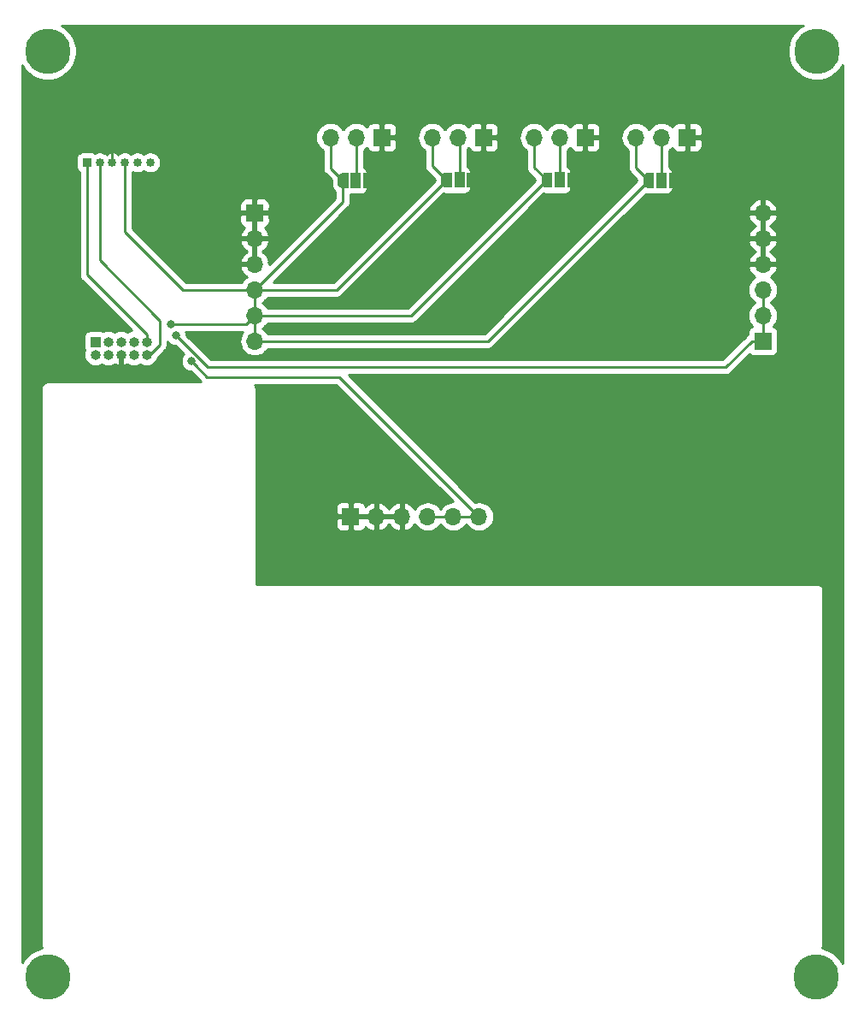
<source format=gbr>
G04 #@! TF.GenerationSoftware,KiCad,Pcbnew,(5.1.2)-2*
G04 #@! TF.CreationDate,2021-08-28T01:11:49-04:00*
G04 #@! TF.ProjectId,MAG_Plus,4d41475f-506c-4757-932e-6b696361645f,rev?*
G04 #@! TF.SameCoordinates,Original*
G04 #@! TF.FileFunction,Copper,L1,Top*
G04 #@! TF.FilePolarity,Positive*
%FSLAX46Y46*%
G04 Gerber Fmt 4.6, Leading zero omitted, Abs format (unit mm)*
G04 Created by KiCad (PCBNEW (5.1.2)-2) date 2021-08-28 01:11:49*
%MOMM*%
%LPD*%
G04 APERTURE LIST*
%ADD10C,4.500000*%
%ADD11C,0.850000*%
%ADD12R,0.850000X0.850000*%
%ADD13O,1.000000X1.000000*%
%ADD14R,1.000000X1.000000*%
%ADD15R,1.700000X1.700000*%
%ADD16O,1.700000X1.700000*%
%ADD17R,1.000000X1.500000*%
%ADD18C,0.500000*%
%ADD19C,0.100000*%
%ADD20C,0.800000*%
%ADD21C,0.250000*%
%ADD22C,0.254000*%
G04 APERTURE END LIST*
D10*
X115400000Y-144220000D03*
X115390000Y-235820000D03*
X39200000Y-144210000D03*
X39200000Y-235830000D03*
D11*
X49360000Y-155220000D03*
X48110000Y-155220000D03*
X46860000Y-155220000D03*
X45610000Y-155220000D03*
X44360000Y-155220000D03*
D12*
X43110000Y-155220000D03*
D13*
X49020000Y-174250000D03*
X49020000Y-172980000D03*
X47750000Y-174250000D03*
X47750000Y-172980000D03*
X46480000Y-174250000D03*
X46480000Y-172980000D03*
X45210000Y-174250000D03*
X45210000Y-172980000D03*
X43940000Y-174250000D03*
D14*
X43940000Y-172980000D03*
D15*
X110060000Y-172910000D03*
D16*
X110060000Y-170370000D03*
X110060000Y-167830000D03*
X110060000Y-165290000D03*
X110060000Y-162750000D03*
X110060000Y-160210000D03*
X97490000Y-152740000D03*
X100030000Y-152740000D03*
D15*
X102570000Y-152740000D03*
X92480000Y-152740000D03*
D16*
X89940000Y-152740000D03*
X87400000Y-152740000D03*
X81930000Y-190270000D03*
X79390000Y-190270000D03*
X76850000Y-190270000D03*
X74310000Y-190270000D03*
X71770000Y-190270000D03*
D15*
X69230000Y-190270000D03*
D16*
X77320000Y-152740000D03*
X79860000Y-152740000D03*
D15*
X82400000Y-152740000D03*
X72320000Y-152740000D03*
D16*
X69780000Y-152740000D03*
X67240000Y-152740000D03*
X59720000Y-172920000D03*
X59720000Y-170380000D03*
X59720000Y-167840000D03*
X59720000Y-165300000D03*
X59720000Y-162760000D03*
D15*
X59720000Y-160220000D03*
D17*
X100040000Y-156990000D03*
D18*
X98740000Y-156990000D03*
D19*
G36*
X98740000Y-157739398D02*
G01*
X98715466Y-157739398D01*
X98666635Y-157734588D01*
X98618510Y-157725016D01*
X98571555Y-157710772D01*
X98526222Y-157691995D01*
X98482949Y-157668864D01*
X98442150Y-157641604D01*
X98404221Y-157610476D01*
X98369524Y-157575779D01*
X98338396Y-157537850D01*
X98311136Y-157497051D01*
X98288005Y-157453778D01*
X98269228Y-157408445D01*
X98254984Y-157361490D01*
X98245412Y-157313365D01*
X98240602Y-157264534D01*
X98240602Y-157240000D01*
X98240000Y-157240000D01*
X98240000Y-156740000D01*
X98240602Y-156740000D01*
X98240602Y-156715466D01*
X98245412Y-156666635D01*
X98254984Y-156618510D01*
X98269228Y-156571555D01*
X98288005Y-156526222D01*
X98311136Y-156482949D01*
X98338396Y-156442150D01*
X98369524Y-156404221D01*
X98404221Y-156369524D01*
X98442150Y-156338396D01*
X98482949Y-156311136D01*
X98526222Y-156288005D01*
X98571555Y-156269228D01*
X98618510Y-156254984D01*
X98666635Y-156245412D01*
X98715466Y-156240602D01*
X98740000Y-156240602D01*
X98740000Y-156240000D01*
X99290000Y-156240000D01*
X99290000Y-157740000D01*
X98740000Y-157740000D01*
X98740000Y-157739398D01*
X98740000Y-157739398D01*
G37*
D18*
X101340000Y-156990000D03*
D19*
G36*
X100790000Y-156240000D02*
G01*
X101340000Y-156240000D01*
X101340000Y-156240602D01*
X101364534Y-156240602D01*
X101413365Y-156245412D01*
X101461490Y-156254984D01*
X101508445Y-156269228D01*
X101553778Y-156288005D01*
X101597051Y-156311136D01*
X101637850Y-156338396D01*
X101675779Y-156369524D01*
X101710476Y-156404221D01*
X101741604Y-156442150D01*
X101768864Y-156482949D01*
X101791995Y-156526222D01*
X101810772Y-156571555D01*
X101825016Y-156618510D01*
X101834588Y-156666635D01*
X101839398Y-156715466D01*
X101839398Y-156740000D01*
X101840000Y-156740000D01*
X101840000Y-157240000D01*
X101839398Y-157240000D01*
X101839398Y-157264534D01*
X101834588Y-157313365D01*
X101825016Y-157361490D01*
X101810772Y-157408445D01*
X101791995Y-157453778D01*
X101768864Y-157497051D01*
X101741604Y-157537850D01*
X101710476Y-157575779D01*
X101675779Y-157610476D01*
X101637850Y-157641604D01*
X101597051Y-157668864D01*
X101553778Y-157691995D01*
X101508445Y-157710772D01*
X101461490Y-157725016D01*
X101413365Y-157734588D01*
X101364534Y-157739398D01*
X101340000Y-157739398D01*
X101340000Y-157740000D01*
X100790000Y-157740000D01*
X100790000Y-156240000D01*
X100790000Y-156240000D01*
G37*
D18*
X91240000Y-156970000D03*
D19*
G36*
X90690000Y-156220000D02*
G01*
X91240000Y-156220000D01*
X91240000Y-156220602D01*
X91264534Y-156220602D01*
X91313365Y-156225412D01*
X91361490Y-156234984D01*
X91408445Y-156249228D01*
X91453778Y-156268005D01*
X91497051Y-156291136D01*
X91537850Y-156318396D01*
X91575779Y-156349524D01*
X91610476Y-156384221D01*
X91641604Y-156422150D01*
X91668864Y-156462949D01*
X91691995Y-156506222D01*
X91710772Y-156551555D01*
X91725016Y-156598510D01*
X91734588Y-156646635D01*
X91739398Y-156695466D01*
X91739398Y-156720000D01*
X91740000Y-156720000D01*
X91740000Y-157220000D01*
X91739398Y-157220000D01*
X91739398Y-157244534D01*
X91734588Y-157293365D01*
X91725016Y-157341490D01*
X91710772Y-157388445D01*
X91691995Y-157433778D01*
X91668864Y-157477051D01*
X91641604Y-157517850D01*
X91610476Y-157555779D01*
X91575779Y-157590476D01*
X91537850Y-157621604D01*
X91497051Y-157648864D01*
X91453778Y-157671995D01*
X91408445Y-157690772D01*
X91361490Y-157705016D01*
X91313365Y-157714588D01*
X91264534Y-157719398D01*
X91240000Y-157719398D01*
X91240000Y-157720000D01*
X90690000Y-157720000D01*
X90690000Y-156220000D01*
X90690000Y-156220000D01*
G37*
D18*
X88640000Y-156970000D03*
D19*
G36*
X88640000Y-157719398D02*
G01*
X88615466Y-157719398D01*
X88566635Y-157714588D01*
X88518510Y-157705016D01*
X88471555Y-157690772D01*
X88426222Y-157671995D01*
X88382949Y-157648864D01*
X88342150Y-157621604D01*
X88304221Y-157590476D01*
X88269524Y-157555779D01*
X88238396Y-157517850D01*
X88211136Y-157477051D01*
X88188005Y-157433778D01*
X88169228Y-157388445D01*
X88154984Y-157341490D01*
X88145412Y-157293365D01*
X88140602Y-157244534D01*
X88140602Y-157220000D01*
X88140000Y-157220000D01*
X88140000Y-156720000D01*
X88140602Y-156720000D01*
X88140602Y-156695466D01*
X88145412Y-156646635D01*
X88154984Y-156598510D01*
X88169228Y-156551555D01*
X88188005Y-156506222D01*
X88211136Y-156462949D01*
X88238396Y-156422150D01*
X88269524Y-156384221D01*
X88304221Y-156349524D01*
X88342150Y-156318396D01*
X88382949Y-156291136D01*
X88426222Y-156268005D01*
X88471555Y-156249228D01*
X88518510Y-156234984D01*
X88566635Y-156225412D01*
X88615466Y-156220602D01*
X88640000Y-156220602D01*
X88640000Y-156220000D01*
X89190000Y-156220000D01*
X89190000Y-157720000D01*
X88640000Y-157720000D01*
X88640000Y-157719398D01*
X88640000Y-157719398D01*
G37*
D17*
X89940000Y-156970000D03*
X80010000Y-156960000D03*
D18*
X78710000Y-156960000D03*
D19*
G36*
X78710000Y-157709398D02*
G01*
X78685466Y-157709398D01*
X78636635Y-157704588D01*
X78588510Y-157695016D01*
X78541555Y-157680772D01*
X78496222Y-157661995D01*
X78452949Y-157638864D01*
X78412150Y-157611604D01*
X78374221Y-157580476D01*
X78339524Y-157545779D01*
X78308396Y-157507850D01*
X78281136Y-157467051D01*
X78258005Y-157423778D01*
X78239228Y-157378445D01*
X78224984Y-157331490D01*
X78215412Y-157283365D01*
X78210602Y-157234534D01*
X78210602Y-157210000D01*
X78210000Y-157210000D01*
X78210000Y-156710000D01*
X78210602Y-156710000D01*
X78210602Y-156685466D01*
X78215412Y-156636635D01*
X78224984Y-156588510D01*
X78239228Y-156541555D01*
X78258005Y-156496222D01*
X78281136Y-156452949D01*
X78308396Y-156412150D01*
X78339524Y-156374221D01*
X78374221Y-156339524D01*
X78412150Y-156308396D01*
X78452949Y-156281136D01*
X78496222Y-156258005D01*
X78541555Y-156239228D01*
X78588510Y-156224984D01*
X78636635Y-156215412D01*
X78685466Y-156210602D01*
X78710000Y-156210602D01*
X78710000Y-156210000D01*
X79260000Y-156210000D01*
X79260000Y-157710000D01*
X78710000Y-157710000D01*
X78710000Y-157709398D01*
X78710000Y-157709398D01*
G37*
D18*
X81310000Y-156960000D03*
D19*
G36*
X80760000Y-156210000D02*
G01*
X81310000Y-156210000D01*
X81310000Y-156210602D01*
X81334534Y-156210602D01*
X81383365Y-156215412D01*
X81431490Y-156224984D01*
X81478445Y-156239228D01*
X81523778Y-156258005D01*
X81567051Y-156281136D01*
X81607850Y-156308396D01*
X81645779Y-156339524D01*
X81680476Y-156374221D01*
X81711604Y-156412150D01*
X81738864Y-156452949D01*
X81761995Y-156496222D01*
X81780772Y-156541555D01*
X81795016Y-156588510D01*
X81804588Y-156636635D01*
X81809398Y-156685466D01*
X81809398Y-156710000D01*
X81810000Y-156710000D01*
X81810000Y-157210000D01*
X81809398Y-157210000D01*
X81809398Y-157234534D01*
X81804588Y-157283365D01*
X81795016Y-157331490D01*
X81780772Y-157378445D01*
X81761995Y-157423778D01*
X81738864Y-157467051D01*
X81711604Y-157507850D01*
X81680476Y-157545779D01*
X81645779Y-157580476D01*
X81607850Y-157611604D01*
X81567051Y-157638864D01*
X81523778Y-157661995D01*
X81478445Y-157680772D01*
X81431490Y-157695016D01*
X81383365Y-157704588D01*
X81334534Y-157709398D01*
X81310000Y-157709398D01*
X81310000Y-157710000D01*
X80760000Y-157710000D01*
X80760000Y-156210000D01*
X80760000Y-156210000D01*
G37*
D18*
X71050000Y-157020000D03*
D19*
G36*
X70500000Y-156270000D02*
G01*
X71050000Y-156270000D01*
X71050000Y-156270602D01*
X71074534Y-156270602D01*
X71123365Y-156275412D01*
X71171490Y-156284984D01*
X71218445Y-156299228D01*
X71263778Y-156318005D01*
X71307051Y-156341136D01*
X71347850Y-156368396D01*
X71385779Y-156399524D01*
X71420476Y-156434221D01*
X71451604Y-156472150D01*
X71478864Y-156512949D01*
X71501995Y-156556222D01*
X71520772Y-156601555D01*
X71535016Y-156648510D01*
X71544588Y-156696635D01*
X71549398Y-156745466D01*
X71549398Y-156770000D01*
X71550000Y-156770000D01*
X71550000Y-157270000D01*
X71549398Y-157270000D01*
X71549398Y-157294534D01*
X71544588Y-157343365D01*
X71535016Y-157391490D01*
X71520772Y-157438445D01*
X71501995Y-157483778D01*
X71478864Y-157527051D01*
X71451604Y-157567850D01*
X71420476Y-157605779D01*
X71385779Y-157640476D01*
X71347850Y-157671604D01*
X71307051Y-157698864D01*
X71263778Y-157721995D01*
X71218445Y-157740772D01*
X71171490Y-157755016D01*
X71123365Y-157764588D01*
X71074534Y-157769398D01*
X71050000Y-157769398D01*
X71050000Y-157770000D01*
X70500000Y-157770000D01*
X70500000Y-156270000D01*
X70500000Y-156270000D01*
G37*
D18*
X68450000Y-157020000D03*
D19*
G36*
X68450000Y-157769398D02*
G01*
X68425466Y-157769398D01*
X68376635Y-157764588D01*
X68328510Y-157755016D01*
X68281555Y-157740772D01*
X68236222Y-157721995D01*
X68192949Y-157698864D01*
X68152150Y-157671604D01*
X68114221Y-157640476D01*
X68079524Y-157605779D01*
X68048396Y-157567850D01*
X68021136Y-157527051D01*
X67998005Y-157483778D01*
X67979228Y-157438445D01*
X67964984Y-157391490D01*
X67955412Y-157343365D01*
X67950602Y-157294534D01*
X67950602Y-157270000D01*
X67950000Y-157270000D01*
X67950000Y-156770000D01*
X67950602Y-156770000D01*
X67950602Y-156745466D01*
X67955412Y-156696635D01*
X67964984Y-156648510D01*
X67979228Y-156601555D01*
X67998005Y-156556222D01*
X68021136Y-156512949D01*
X68048396Y-156472150D01*
X68079524Y-156434221D01*
X68114221Y-156399524D01*
X68152150Y-156368396D01*
X68192949Y-156341136D01*
X68236222Y-156318005D01*
X68281555Y-156299228D01*
X68328510Y-156284984D01*
X68376635Y-156275412D01*
X68425466Y-156270602D01*
X68450000Y-156270602D01*
X68450000Y-156270000D01*
X69000000Y-156270000D01*
X69000000Y-157770000D01*
X68450000Y-157770000D01*
X68450000Y-157769398D01*
X68450000Y-157769398D01*
G37*
D17*
X69750000Y-157020000D03*
D20*
X51462328Y-171215001D03*
X53452390Y-174887710D03*
X51930000Y-172340000D03*
D21*
X102570000Y-155760000D02*
X102570000Y-152740000D01*
X101340000Y-156990000D02*
X102570000Y-155760000D01*
X92480000Y-155730000D02*
X92480000Y-152740000D01*
X91240000Y-156970000D02*
X92480000Y-155730000D01*
X82400000Y-155870000D02*
X81310000Y-156960000D01*
X82400000Y-152740000D02*
X82400000Y-155870000D01*
X72320000Y-155750000D02*
X71050000Y-157020000D01*
X72320000Y-152740000D02*
X72320000Y-155750000D01*
X45610000Y-155220000D02*
X45610000Y-153810000D01*
X45610000Y-153810000D02*
X47070000Y-152350000D01*
X47070000Y-152350000D02*
X55000000Y-152350000D01*
X59720000Y-157070000D02*
X59720000Y-160220000D01*
X55000000Y-152350000D02*
X59720000Y-157070000D01*
X97490000Y-155740000D02*
X97490000Y-152740000D01*
X98740000Y-156990000D02*
X97490000Y-155740000D01*
X87400000Y-155730000D02*
X88640000Y-156970000D01*
X87400000Y-152740000D02*
X87400000Y-155730000D01*
X77320000Y-155570000D02*
X78710000Y-156960000D01*
X77320000Y-152740000D02*
X77320000Y-155570000D01*
X67240000Y-155810000D02*
X68450000Y-157020000D01*
X67240000Y-152740000D02*
X67240000Y-155810000D01*
X75450000Y-160220000D02*
X78710000Y-156960000D01*
X59720000Y-171717919D02*
X59720000Y-170380000D01*
X59720000Y-172920000D02*
X59720000Y-171717919D01*
X59720000Y-170380000D02*
X59720000Y-167840000D01*
X68450000Y-159110000D02*
X68450000Y-157020000D01*
X59720000Y-167840000D02*
X68450000Y-159110000D01*
X75230000Y-170380000D02*
X59720000Y-170380000D01*
X88640000Y-156970000D02*
X75230000Y-170380000D01*
X82810000Y-172920000D02*
X59720000Y-172920000D01*
X98740000Y-156990000D02*
X82810000Y-172920000D01*
X78185226Y-157484774D02*
X78710000Y-156960000D01*
X59720000Y-167840000D02*
X67830000Y-167840000D01*
X67830000Y-167840000D02*
X78185226Y-157484774D01*
X46860000Y-155220000D02*
X46860000Y-162060000D01*
X52640000Y-167840000D02*
X59720000Y-167840000D01*
X46860000Y-162060000D02*
X52640000Y-167840000D01*
X58884999Y-171215001D02*
X59720000Y-170380000D01*
X51462328Y-171215001D02*
X58884999Y-171215001D01*
X43110000Y-155895000D02*
X43110000Y-155220000D01*
X43110000Y-166362894D02*
X43110000Y-155895000D01*
X49020000Y-172272894D02*
X43110000Y-166362894D01*
X49020000Y-172980000D02*
X49020000Y-172272894D01*
X44360000Y-164900000D02*
X44360000Y-155220000D01*
X50330000Y-170870000D02*
X44360000Y-164900000D01*
X50330000Y-173230000D02*
X50330000Y-170870000D01*
X49020000Y-174250000D02*
X49310000Y-174250000D01*
X49310000Y-174250000D02*
X50330000Y-173230000D01*
X78052081Y-190270000D02*
X79390000Y-190270000D01*
X76850000Y-190270000D02*
X78052081Y-190270000D01*
X79390000Y-190270000D02*
X81930000Y-190270000D01*
X68110000Y-176450000D02*
X55014680Y-176450000D01*
X81930000Y-190270000D02*
X68110000Y-176450000D01*
X53852389Y-175287709D02*
X53452390Y-174887710D01*
X55014680Y-176450000D02*
X53852389Y-175287709D01*
X110060000Y-171810000D02*
X110060000Y-170370000D01*
X110060000Y-172910000D02*
X110060000Y-171810000D01*
X110060000Y-169167919D02*
X110060000Y-167830000D01*
X110060000Y-170370000D02*
X110060000Y-169167919D01*
X55100000Y-175510000D02*
X51930000Y-172340000D01*
X106360000Y-175510000D02*
X55100000Y-175510000D01*
X108960000Y-172910000D02*
X106360000Y-175510000D01*
X110060000Y-172910000D02*
X108960000Y-172910000D01*
X100040000Y-152750000D02*
X100030000Y-152740000D01*
X100040000Y-156990000D02*
X100040000Y-152750000D01*
X89940000Y-155970000D02*
X89940000Y-152740000D01*
X89940000Y-156970000D02*
X89940000Y-155970000D01*
X80010000Y-152890000D02*
X79860000Y-152740000D01*
X80010000Y-156960000D02*
X80010000Y-152890000D01*
X69780000Y-156990000D02*
X69750000Y-157020000D01*
X69780000Y-152740000D02*
X69780000Y-156990000D01*
D22*
G36*
X114033440Y-141663346D02*
G01*
X113560920Y-141979074D01*
X113159074Y-142380920D01*
X112843346Y-142853440D01*
X112625869Y-143378477D01*
X112515000Y-143935852D01*
X112515000Y-144504148D01*
X112625869Y-145061523D01*
X112843346Y-145586560D01*
X113159074Y-146059080D01*
X113560920Y-146460926D01*
X114033440Y-146776654D01*
X114558477Y-146994131D01*
X115115852Y-147105000D01*
X115684148Y-147105000D01*
X116241523Y-146994131D01*
X116766560Y-146776654D01*
X117239080Y-146460926D01*
X117640926Y-146059080D01*
X117940000Y-145611484D01*
X117940001Y-234443483D01*
X117630926Y-233980920D01*
X117229080Y-233579074D01*
X116756560Y-233263346D01*
X116231523Y-233045869D01*
X115929066Y-232985706D01*
X115951319Y-232958607D01*
X115951384Y-232958485D01*
X115951473Y-232958377D01*
X115982132Y-232900999D01*
X116012637Y-232843968D01*
X116012678Y-232843835D01*
X116012743Y-232843712D01*
X116031935Y-232780416D01*
X116050412Y-232719568D01*
X116050425Y-232719435D01*
X116050467Y-232719297D01*
X116057022Y-232652655D01*
X116059990Y-232622607D01*
X116059990Y-232622477D01*
X116063193Y-232589913D01*
X116060009Y-232557624D01*
X116069990Y-197632516D01*
X116073193Y-197600000D01*
X116066612Y-197533184D01*
X116060486Y-197470804D01*
X116060460Y-197470718D01*
X116060450Y-197470617D01*
X116040620Y-197405246D01*
X116022782Y-197346383D01*
X116022739Y-197346302D01*
X116022710Y-197346207D01*
X115990657Y-197286240D01*
X115961530Y-197231709D01*
X115961473Y-197231639D01*
X115961425Y-197231550D01*
X115918375Y-197179094D01*
X115879082Y-197131187D01*
X115879011Y-197131129D01*
X115878948Y-197131052D01*
X115826556Y-197088054D01*
X115778607Y-197048681D01*
X115778527Y-197048638D01*
X115778450Y-197048575D01*
X115719212Y-197016912D01*
X115663968Y-196987363D01*
X115663879Y-196987336D01*
X115663793Y-196987290D01*
X115598835Y-196967585D01*
X115539568Y-196949588D01*
X115539479Y-196949579D01*
X115539383Y-196949550D01*
X115471220Y-196942837D01*
X115410189Y-196936808D01*
X115377685Y-196940000D01*
X59860000Y-196940000D01*
X59860000Y-191120000D01*
X67741928Y-191120000D01*
X67754188Y-191244482D01*
X67790498Y-191364180D01*
X67849463Y-191474494D01*
X67928815Y-191571185D01*
X68025506Y-191650537D01*
X68135820Y-191709502D01*
X68255518Y-191745812D01*
X68380000Y-191758072D01*
X68944250Y-191755000D01*
X69103000Y-191596250D01*
X69103000Y-190397000D01*
X69357000Y-190397000D01*
X69357000Y-191596250D01*
X69515750Y-191755000D01*
X70080000Y-191758072D01*
X70204482Y-191745812D01*
X70324180Y-191709502D01*
X70434494Y-191650537D01*
X70531185Y-191571185D01*
X70610537Y-191474494D01*
X70669502Y-191364180D01*
X70693966Y-191283534D01*
X70769731Y-191367588D01*
X71003080Y-191541641D01*
X71265901Y-191666825D01*
X71413110Y-191711476D01*
X71643000Y-191590155D01*
X71643000Y-190397000D01*
X71897000Y-190397000D01*
X71897000Y-191590155D01*
X72126890Y-191711476D01*
X72274099Y-191666825D01*
X72536920Y-191541641D01*
X72770269Y-191367588D01*
X72965178Y-191151355D01*
X73040000Y-191025745D01*
X73114822Y-191151355D01*
X73309731Y-191367588D01*
X73543080Y-191541641D01*
X73805901Y-191666825D01*
X73953110Y-191711476D01*
X74183000Y-191590155D01*
X74183000Y-190397000D01*
X71897000Y-190397000D01*
X71643000Y-190397000D01*
X69357000Y-190397000D01*
X69103000Y-190397000D01*
X67903750Y-190397000D01*
X67745000Y-190555750D01*
X67741928Y-191120000D01*
X59860000Y-191120000D01*
X59860000Y-189420000D01*
X67741928Y-189420000D01*
X67745000Y-189984250D01*
X67903750Y-190143000D01*
X69103000Y-190143000D01*
X69103000Y-188943750D01*
X69357000Y-188943750D01*
X69357000Y-190143000D01*
X71643000Y-190143000D01*
X71643000Y-188949845D01*
X71897000Y-188949845D01*
X71897000Y-190143000D01*
X74183000Y-190143000D01*
X74183000Y-188949845D01*
X73953110Y-188828524D01*
X73805901Y-188873175D01*
X73543080Y-188998359D01*
X73309731Y-189172412D01*
X73114822Y-189388645D01*
X73040000Y-189514255D01*
X72965178Y-189388645D01*
X72770269Y-189172412D01*
X72536920Y-188998359D01*
X72274099Y-188873175D01*
X72126890Y-188828524D01*
X71897000Y-188949845D01*
X71643000Y-188949845D01*
X71413110Y-188828524D01*
X71265901Y-188873175D01*
X71003080Y-188998359D01*
X70769731Y-189172412D01*
X70693966Y-189256466D01*
X70669502Y-189175820D01*
X70610537Y-189065506D01*
X70531185Y-188968815D01*
X70434494Y-188889463D01*
X70324180Y-188830498D01*
X70204482Y-188794188D01*
X70080000Y-188781928D01*
X69515750Y-188785000D01*
X69357000Y-188943750D01*
X69103000Y-188943750D01*
X68944250Y-188785000D01*
X68380000Y-188781928D01*
X68255518Y-188794188D01*
X68135820Y-188830498D01*
X68025506Y-188889463D01*
X67928815Y-188968815D01*
X67849463Y-189065506D01*
X67790498Y-189175820D01*
X67754188Y-189295518D01*
X67741928Y-189420000D01*
X59860000Y-189420000D01*
X59860000Y-177632419D01*
X59863193Y-177600000D01*
X59850450Y-177470617D01*
X59812710Y-177346207D01*
X59751425Y-177231550D01*
X59733739Y-177210000D01*
X67795199Y-177210000D01*
X79370197Y-188785000D01*
X79317050Y-188785000D01*
X79098889Y-188806487D01*
X78818966Y-188891401D01*
X78560986Y-189029294D01*
X78334866Y-189214866D01*
X78149294Y-189440986D01*
X78120000Y-189495791D01*
X78090706Y-189440986D01*
X77905134Y-189214866D01*
X77679014Y-189029294D01*
X77421034Y-188891401D01*
X77141111Y-188806487D01*
X76922950Y-188785000D01*
X76777050Y-188785000D01*
X76558889Y-188806487D01*
X76278966Y-188891401D01*
X76020986Y-189029294D01*
X75794866Y-189214866D01*
X75609294Y-189440986D01*
X75574799Y-189505523D01*
X75505178Y-189388645D01*
X75310269Y-189172412D01*
X75076920Y-188998359D01*
X74814099Y-188873175D01*
X74666890Y-188828524D01*
X74437000Y-188949845D01*
X74437000Y-190143000D01*
X74457000Y-190143000D01*
X74457000Y-190397000D01*
X74437000Y-190397000D01*
X74437000Y-191590155D01*
X74666890Y-191711476D01*
X74814099Y-191666825D01*
X75076920Y-191541641D01*
X75310269Y-191367588D01*
X75505178Y-191151355D01*
X75574799Y-191034477D01*
X75609294Y-191099014D01*
X75794866Y-191325134D01*
X76020986Y-191510706D01*
X76278966Y-191648599D01*
X76558889Y-191733513D01*
X76777050Y-191755000D01*
X76922950Y-191755000D01*
X77141111Y-191733513D01*
X77421034Y-191648599D01*
X77679014Y-191510706D01*
X77905134Y-191325134D01*
X78090706Y-191099014D01*
X78120000Y-191044209D01*
X78149294Y-191099014D01*
X78334866Y-191325134D01*
X78560986Y-191510706D01*
X78818966Y-191648599D01*
X79098889Y-191733513D01*
X79317050Y-191755000D01*
X79462950Y-191755000D01*
X79681111Y-191733513D01*
X79961034Y-191648599D01*
X80219014Y-191510706D01*
X80445134Y-191325134D01*
X80630706Y-191099014D01*
X80660000Y-191044209D01*
X80689294Y-191099014D01*
X80874866Y-191325134D01*
X81100986Y-191510706D01*
X81358966Y-191648599D01*
X81638889Y-191733513D01*
X81857050Y-191755000D01*
X82002950Y-191755000D01*
X82221111Y-191733513D01*
X82501034Y-191648599D01*
X82759014Y-191510706D01*
X82985134Y-191325134D01*
X83170706Y-191099014D01*
X83308599Y-190841034D01*
X83393513Y-190561111D01*
X83422185Y-190270000D01*
X83393513Y-189978889D01*
X83308599Y-189698966D01*
X83170706Y-189440986D01*
X82985134Y-189214866D01*
X82759014Y-189029294D01*
X82501034Y-188891401D01*
X82221111Y-188806487D01*
X82002950Y-188785000D01*
X81857050Y-188785000D01*
X81638889Y-188806487D01*
X81564006Y-188829203D01*
X69004801Y-176270000D01*
X106322678Y-176270000D01*
X106360000Y-176273676D01*
X106397322Y-176270000D01*
X106397333Y-176270000D01*
X106508986Y-176259003D01*
X106652247Y-176215546D01*
X106784276Y-176144974D01*
X106900001Y-176050001D01*
X106923804Y-176020997D01*
X108747457Y-174197345D01*
X108758815Y-174211185D01*
X108855506Y-174290537D01*
X108965820Y-174349502D01*
X109085518Y-174385812D01*
X109210000Y-174398072D01*
X110910000Y-174398072D01*
X111034482Y-174385812D01*
X111154180Y-174349502D01*
X111264494Y-174290537D01*
X111361185Y-174211185D01*
X111440537Y-174114494D01*
X111499502Y-174004180D01*
X111535812Y-173884482D01*
X111548072Y-173760000D01*
X111548072Y-172060000D01*
X111535812Y-171935518D01*
X111499502Y-171815820D01*
X111440537Y-171705506D01*
X111361185Y-171608815D01*
X111264494Y-171529463D01*
X111154180Y-171470498D01*
X111085313Y-171449607D01*
X111115134Y-171425134D01*
X111300706Y-171199014D01*
X111438599Y-170941034D01*
X111523513Y-170661111D01*
X111552185Y-170370000D01*
X111523513Y-170078889D01*
X111438599Y-169798966D01*
X111300706Y-169540986D01*
X111115134Y-169314866D01*
X110889014Y-169129294D01*
X110834209Y-169100000D01*
X110889014Y-169070706D01*
X111115134Y-168885134D01*
X111300706Y-168659014D01*
X111438599Y-168401034D01*
X111523513Y-168121111D01*
X111552185Y-167830000D01*
X111523513Y-167538889D01*
X111438599Y-167258966D01*
X111300706Y-167000986D01*
X111115134Y-166774866D01*
X110889014Y-166589294D01*
X110824477Y-166554799D01*
X110941355Y-166485178D01*
X111157588Y-166290269D01*
X111331641Y-166056920D01*
X111456825Y-165794099D01*
X111501476Y-165646890D01*
X111380155Y-165417000D01*
X110187000Y-165417000D01*
X110187000Y-165437000D01*
X109933000Y-165437000D01*
X109933000Y-165417000D01*
X108739845Y-165417000D01*
X108618524Y-165646890D01*
X108663175Y-165794099D01*
X108788359Y-166056920D01*
X108962412Y-166290269D01*
X109178645Y-166485178D01*
X109295523Y-166554799D01*
X109230986Y-166589294D01*
X109004866Y-166774866D01*
X108819294Y-167000986D01*
X108681401Y-167258966D01*
X108596487Y-167538889D01*
X108567815Y-167830000D01*
X108596487Y-168121111D01*
X108681401Y-168401034D01*
X108819294Y-168659014D01*
X109004866Y-168885134D01*
X109230986Y-169070706D01*
X109285791Y-169100000D01*
X109230986Y-169129294D01*
X109004866Y-169314866D01*
X108819294Y-169540986D01*
X108681401Y-169798966D01*
X108596487Y-170078889D01*
X108567815Y-170370000D01*
X108596487Y-170661111D01*
X108681401Y-170941034D01*
X108819294Y-171199014D01*
X109004866Y-171425134D01*
X109034687Y-171449607D01*
X108965820Y-171470498D01*
X108855506Y-171529463D01*
X108758815Y-171608815D01*
X108679463Y-171705506D01*
X108620498Y-171815820D01*
X108584188Y-171935518D01*
X108571928Y-172060000D01*
X108571928Y-172255674D01*
X108535724Y-172275026D01*
X108419999Y-172369999D01*
X108396201Y-172398997D01*
X106045199Y-174750000D01*
X55414802Y-174750000D01*
X52965000Y-172300199D01*
X52965000Y-172238061D01*
X52925226Y-172038102D01*
X52899089Y-171975001D01*
X58574480Y-171975001D01*
X58479294Y-172090986D01*
X58341401Y-172348966D01*
X58256487Y-172628889D01*
X58227815Y-172920000D01*
X58256487Y-173211111D01*
X58341401Y-173491034D01*
X58479294Y-173749014D01*
X58664866Y-173975134D01*
X58890986Y-174160706D01*
X59148966Y-174298599D01*
X59428889Y-174383513D01*
X59647050Y-174405000D01*
X59792950Y-174405000D01*
X60011111Y-174383513D01*
X60291034Y-174298599D01*
X60549014Y-174160706D01*
X60775134Y-173975134D01*
X60960706Y-173749014D01*
X60997595Y-173680000D01*
X82772678Y-173680000D01*
X82810000Y-173683676D01*
X82847322Y-173680000D01*
X82847333Y-173680000D01*
X82958986Y-173669003D01*
X83102247Y-173625546D01*
X83234276Y-173554974D01*
X83350001Y-173460001D01*
X83373804Y-173430997D01*
X93697911Y-163106890D01*
X108618524Y-163106890D01*
X108663175Y-163254099D01*
X108788359Y-163516920D01*
X108962412Y-163750269D01*
X109178645Y-163945178D01*
X109304255Y-164020000D01*
X109178645Y-164094822D01*
X108962412Y-164289731D01*
X108788359Y-164523080D01*
X108663175Y-164785901D01*
X108618524Y-164933110D01*
X108739845Y-165163000D01*
X109933000Y-165163000D01*
X109933000Y-162877000D01*
X110187000Y-162877000D01*
X110187000Y-165163000D01*
X111380155Y-165163000D01*
X111501476Y-164933110D01*
X111456825Y-164785901D01*
X111331641Y-164523080D01*
X111157588Y-164289731D01*
X110941355Y-164094822D01*
X110815745Y-164020000D01*
X110941355Y-163945178D01*
X111157588Y-163750269D01*
X111331641Y-163516920D01*
X111456825Y-163254099D01*
X111501476Y-163106890D01*
X111380155Y-162877000D01*
X110187000Y-162877000D01*
X109933000Y-162877000D01*
X108739845Y-162877000D01*
X108618524Y-163106890D01*
X93697911Y-163106890D01*
X96237911Y-160566890D01*
X108618524Y-160566890D01*
X108663175Y-160714099D01*
X108788359Y-160976920D01*
X108962412Y-161210269D01*
X109178645Y-161405178D01*
X109304255Y-161480000D01*
X109178645Y-161554822D01*
X108962412Y-161749731D01*
X108788359Y-161983080D01*
X108663175Y-162245901D01*
X108618524Y-162393110D01*
X108739845Y-162623000D01*
X109933000Y-162623000D01*
X109933000Y-160337000D01*
X110187000Y-160337000D01*
X110187000Y-162623000D01*
X111380155Y-162623000D01*
X111501476Y-162393110D01*
X111456825Y-162245901D01*
X111331641Y-161983080D01*
X111157588Y-161749731D01*
X110941355Y-161554822D01*
X110815745Y-161480000D01*
X110941355Y-161405178D01*
X111157588Y-161210269D01*
X111331641Y-160976920D01*
X111456825Y-160714099D01*
X111501476Y-160566890D01*
X111380155Y-160337000D01*
X110187000Y-160337000D01*
X109933000Y-160337000D01*
X108739845Y-160337000D01*
X108618524Y-160566890D01*
X96237911Y-160566890D01*
X96951691Y-159853110D01*
X108618524Y-159853110D01*
X108739845Y-160083000D01*
X109933000Y-160083000D01*
X109933000Y-158889186D01*
X110187000Y-158889186D01*
X110187000Y-160083000D01*
X111380155Y-160083000D01*
X111501476Y-159853110D01*
X111456825Y-159705901D01*
X111331641Y-159443080D01*
X111157588Y-159209731D01*
X110941355Y-159014822D01*
X110691252Y-158865843D01*
X110416891Y-158768519D01*
X110187000Y-158889186D01*
X109933000Y-158889186D01*
X109703109Y-158768519D01*
X109428748Y-158865843D01*
X109178645Y-159014822D01*
X108962412Y-159209731D01*
X108788359Y-159443080D01*
X108663175Y-159705901D01*
X108618524Y-159853110D01*
X96951691Y-159853110D01*
X98462814Y-158341988D01*
X98470377Y-158344282D01*
X98566510Y-158363404D01*
X98690991Y-158375664D01*
X98715550Y-158375664D01*
X98740000Y-158378072D01*
X99290000Y-158378072D01*
X99414482Y-158365812D01*
X99415000Y-158365655D01*
X99415518Y-158365812D01*
X99540000Y-158378072D01*
X100540000Y-158378072D01*
X100664482Y-158365812D01*
X100784180Y-158329502D01*
X100894494Y-158270537D01*
X100991185Y-158191185D01*
X101070537Y-158094494D01*
X101129502Y-157984180D01*
X101165812Y-157864482D01*
X101178072Y-157740000D01*
X101178072Y-156240000D01*
X101165812Y-156115518D01*
X101129502Y-155995820D01*
X101070537Y-155885506D01*
X100991185Y-155788815D01*
X100894494Y-155709463D01*
X100800000Y-155658954D01*
X100800000Y-154012250D01*
X100859014Y-153980706D01*
X101085134Y-153795134D01*
X101109607Y-153765313D01*
X101130498Y-153834180D01*
X101189463Y-153944494D01*
X101268815Y-154041185D01*
X101365506Y-154120537D01*
X101475820Y-154179502D01*
X101595518Y-154215812D01*
X101720000Y-154228072D01*
X102284250Y-154225000D01*
X102443000Y-154066250D01*
X102443000Y-152867000D01*
X102697000Y-152867000D01*
X102697000Y-154066250D01*
X102855750Y-154225000D01*
X103420000Y-154228072D01*
X103544482Y-154215812D01*
X103664180Y-154179502D01*
X103774494Y-154120537D01*
X103871185Y-154041185D01*
X103950537Y-153944494D01*
X104009502Y-153834180D01*
X104045812Y-153714482D01*
X104058072Y-153590000D01*
X104055000Y-153025750D01*
X103896250Y-152867000D01*
X102697000Y-152867000D01*
X102443000Y-152867000D01*
X102423000Y-152867000D01*
X102423000Y-152613000D01*
X102443000Y-152613000D01*
X102443000Y-151413750D01*
X102697000Y-151413750D01*
X102697000Y-152613000D01*
X103896250Y-152613000D01*
X104055000Y-152454250D01*
X104058072Y-151890000D01*
X104045812Y-151765518D01*
X104009502Y-151645820D01*
X103950537Y-151535506D01*
X103871185Y-151438815D01*
X103774494Y-151359463D01*
X103664180Y-151300498D01*
X103544482Y-151264188D01*
X103420000Y-151251928D01*
X102855750Y-151255000D01*
X102697000Y-151413750D01*
X102443000Y-151413750D01*
X102284250Y-151255000D01*
X101720000Y-151251928D01*
X101595518Y-151264188D01*
X101475820Y-151300498D01*
X101365506Y-151359463D01*
X101268815Y-151438815D01*
X101189463Y-151535506D01*
X101130498Y-151645820D01*
X101109607Y-151714687D01*
X101085134Y-151684866D01*
X100859014Y-151499294D01*
X100601034Y-151361401D01*
X100321111Y-151276487D01*
X100102950Y-151255000D01*
X99957050Y-151255000D01*
X99738889Y-151276487D01*
X99458966Y-151361401D01*
X99200986Y-151499294D01*
X98974866Y-151684866D01*
X98789294Y-151910986D01*
X98760000Y-151965791D01*
X98730706Y-151910986D01*
X98545134Y-151684866D01*
X98319014Y-151499294D01*
X98061034Y-151361401D01*
X97781111Y-151276487D01*
X97562950Y-151255000D01*
X97417050Y-151255000D01*
X97198889Y-151276487D01*
X96918966Y-151361401D01*
X96660986Y-151499294D01*
X96434866Y-151684866D01*
X96249294Y-151910986D01*
X96111401Y-152168966D01*
X96026487Y-152448889D01*
X95997815Y-152740000D01*
X96026487Y-153031111D01*
X96111401Y-153311034D01*
X96249294Y-153569014D01*
X96434866Y-153795134D01*
X96660986Y-153980706D01*
X96730001Y-154017595D01*
X96730000Y-155702677D01*
X96726324Y-155740000D01*
X96730000Y-155777322D01*
X96730000Y-155777332D01*
X96740997Y-155888985D01*
X96774519Y-155999494D01*
X96784454Y-156032246D01*
X96855026Y-156164276D01*
X96888426Y-156204974D01*
X96949999Y-156280001D01*
X96979003Y-156303804D01*
X97601928Y-156926730D01*
X97601928Y-157053270D01*
X82495199Y-172160000D01*
X60997595Y-172160000D01*
X60960706Y-172090986D01*
X60775134Y-171864866D01*
X60549014Y-171679294D01*
X60494209Y-171650000D01*
X60549014Y-171620706D01*
X60775134Y-171435134D01*
X60960706Y-171209014D01*
X60997595Y-171140000D01*
X75192678Y-171140000D01*
X75230000Y-171143676D01*
X75267322Y-171140000D01*
X75267333Y-171140000D01*
X75378986Y-171129003D01*
X75522247Y-171085546D01*
X75654276Y-171014974D01*
X75770001Y-170920001D01*
X75793804Y-170890997D01*
X88362814Y-158321988D01*
X88370377Y-158324282D01*
X88466510Y-158343404D01*
X88590991Y-158355664D01*
X88615550Y-158355664D01*
X88640000Y-158358072D01*
X89190000Y-158358072D01*
X89314482Y-158345812D01*
X89315000Y-158345655D01*
X89315518Y-158345812D01*
X89440000Y-158358072D01*
X90440000Y-158358072D01*
X90564482Y-158345812D01*
X90684180Y-158309502D01*
X90794494Y-158250537D01*
X90891185Y-158171185D01*
X90970537Y-158074494D01*
X91029502Y-157964180D01*
X91065812Y-157844482D01*
X91078072Y-157720000D01*
X91078072Y-156220000D01*
X91065812Y-156095518D01*
X91029502Y-155975820D01*
X90970537Y-155865506D01*
X90891185Y-155768815D01*
X90794494Y-155689463D01*
X90700000Y-155638954D01*
X90700000Y-154017595D01*
X90769014Y-153980706D01*
X90995134Y-153795134D01*
X91019607Y-153765313D01*
X91040498Y-153834180D01*
X91099463Y-153944494D01*
X91178815Y-154041185D01*
X91275506Y-154120537D01*
X91385820Y-154179502D01*
X91505518Y-154215812D01*
X91630000Y-154228072D01*
X92194250Y-154225000D01*
X92353000Y-154066250D01*
X92353000Y-152867000D01*
X92607000Y-152867000D01*
X92607000Y-154066250D01*
X92765750Y-154225000D01*
X93330000Y-154228072D01*
X93454482Y-154215812D01*
X93574180Y-154179502D01*
X93684494Y-154120537D01*
X93781185Y-154041185D01*
X93860537Y-153944494D01*
X93919502Y-153834180D01*
X93955812Y-153714482D01*
X93968072Y-153590000D01*
X93965000Y-153025750D01*
X93806250Y-152867000D01*
X92607000Y-152867000D01*
X92353000Y-152867000D01*
X92333000Y-152867000D01*
X92333000Y-152613000D01*
X92353000Y-152613000D01*
X92353000Y-151413750D01*
X92607000Y-151413750D01*
X92607000Y-152613000D01*
X93806250Y-152613000D01*
X93965000Y-152454250D01*
X93968072Y-151890000D01*
X93955812Y-151765518D01*
X93919502Y-151645820D01*
X93860537Y-151535506D01*
X93781185Y-151438815D01*
X93684494Y-151359463D01*
X93574180Y-151300498D01*
X93454482Y-151264188D01*
X93330000Y-151251928D01*
X92765750Y-151255000D01*
X92607000Y-151413750D01*
X92353000Y-151413750D01*
X92194250Y-151255000D01*
X91630000Y-151251928D01*
X91505518Y-151264188D01*
X91385820Y-151300498D01*
X91275506Y-151359463D01*
X91178815Y-151438815D01*
X91099463Y-151535506D01*
X91040498Y-151645820D01*
X91019607Y-151714687D01*
X90995134Y-151684866D01*
X90769014Y-151499294D01*
X90511034Y-151361401D01*
X90231111Y-151276487D01*
X90012950Y-151255000D01*
X89867050Y-151255000D01*
X89648889Y-151276487D01*
X89368966Y-151361401D01*
X89110986Y-151499294D01*
X88884866Y-151684866D01*
X88699294Y-151910986D01*
X88670000Y-151965791D01*
X88640706Y-151910986D01*
X88455134Y-151684866D01*
X88229014Y-151499294D01*
X87971034Y-151361401D01*
X87691111Y-151276487D01*
X87472950Y-151255000D01*
X87327050Y-151255000D01*
X87108889Y-151276487D01*
X86828966Y-151361401D01*
X86570986Y-151499294D01*
X86344866Y-151684866D01*
X86159294Y-151910986D01*
X86021401Y-152168966D01*
X85936487Y-152448889D01*
X85907815Y-152740000D01*
X85936487Y-153031111D01*
X86021401Y-153311034D01*
X86159294Y-153569014D01*
X86344866Y-153795134D01*
X86570986Y-153980706D01*
X86640000Y-154017595D01*
X86640001Y-155692668D01*
X86636324Y-155730000D01*
X86640001Y-155767333D01*
X86650998Y-155878986D01*
X86658073Y-155902310D01*
X86694454Y-156022246D01*
X86765026Y-156154276D01*
X86835379Y-156240000D01*
X86860000Y-156270001D01*
X86888998Y-156293799D01*
X87501928Y-156906730D01*
X87501928Y-157033270D01*
X74915199Y-169620000D01*
X60997595Y-169620000D01*
X60960706Y-169550986D01*
X60775134Y-169324866D01*
X60549014Y-169139294D01*
X60494209Y-169110000D01*
X60549014Y-169080706D01*
X60775134Y-168895134D01*
X60960706Y-168669014D01*
X60997595Y-168600000D01*
X67792678Y-168600000D01*
X67830000Y-168603676D01*
X67867322Y-168600000D01*
X67867333Y-168600000D01*
X67978986Y-168589003D01*
X68122247Y-168545546D01*
X68254276Y-168474974D01*
X68370001Y-168380001D01*
X68393804Y-168350997D01*
X78432814Y-158311988D01*
X78440377Y-158314282D01*
X78536510Y-158333404D01*
X78660991Y-158345664D01*
X78685550Y-158345664D01*
X78710000Y-158348072D01*
X79260000Y-158348072D01*
X79384482Y-158335812D01*
X79385000Y-158335655D01*
X79385518Y-158335812D01*
X79510000Y-158348072D01*
X80510000Y-158348072D01*
X80634482Y-158335812D01*
X80754180Y-158299502D01*
X80864494Y-158240537D01*
X80961185Y-158161185D01*
X81040537Y-158064494D01*
X81099502Y-157954180D01*
X81135812Y-157834482D01*
X81148072Y-157710000D01*
X81148072Y-156210000D01*
X81135812Y-156085518D01*
X81099502Y-155965820D01*
X81040537Y-155855506D01*
X80961185Y-155758815D01*
X80864494Y-155679463D01*
X80770000Y-155628954D01*
X80770000Y-153914242D01*
X80915134Y-153795134D01*
X80939607Y-153765313D01*
X80960498Y-153834180D01*
X81019463Y-153944494D01*
X81098815Y-154041185D01*
X81195506Y-154120537D01*
X81305820Y-154179502D01*
X81425518Y-154215812D01*
X81550000Y-154228072D01*
X82114250Y-154225000D01*
X82273000Y-154066250D01*
X82273000Y-152867000D01*
X82527000Y-152867000D01*
X82527000Y-154066250D01*
X82685750Y-154225000D01*
X83250000Y-154228072D01*
X83374482Y-154215812D01*
X83494180Y-154179502D01*
X83604494Y-154120537D01*
X83701185Y-154041185D01*
X83780537Y-153944494D01*
X83839502Y-153834180D01*
X83875812Y-153714482D01*
X83888072Y-153590000D01*
X83885000Y-153025750D01*
X83726250Y-152867000D01*
X82527000Y-152867000D01*
X82273000Y-152867000D01*
X82253000Y-152867000D01*
X82253000Y-152613000D01*
X82273000Y-152613000D01*
X82273000Y-151413750D01*
X82527000Y-151413750D01*
X82527000Y-152613000D01*
X83726250Y-152613000D01*
X83885000Y-152454250D01*
X83888072Y-151890000D01*
X83875812Y-151765518D01*
X83839502Y-151645820D01*
X83780537Y-151535506D01*
X83701185Y-151438815D01*
X83604494Y-151359463D01*
X83494180Y-151300498D01*
X83374482Y-151264188D01*
X83250000Y-151251928D01*
X82685750Y-151255000D01*
X82527000Y-151413750D01*
X82273000Y-151413750D01*
X82114250Y-151255000D01*
X81550000Y-151251928D01*
X81425518Y-151264188D01*
X81305820Y-151300498D01*
X81195506Y-151359463D01*
X81098815Y-151438815D01*
X81019463Y-151535506D01*
X80960498Y-151645820D01*
X80939607Y-151714687D01*
X80915134Y-151684866D01*
X80689014Y-151499294D01*
X80431034Y-151361401D01*
X80151111Y-151276487D01*
X79932950Y-151255000D01*
X79787050Y-151255000D01*
X79568889Y-151276487D01*
X79288966Y-151361401D01*
X79030986Y-151499294D01*
X78804866Y-151684866D01*
X78619294Y-151910986D01*
X78590000Y-151965791D01*
X78560706Y-151910986D01*
X78375134Y-151684866D01*
X78149014Y-151499294D01*
X77891034Y-151361401D01*
X77611111Y-151276487D01*
X77392950Y-151255000D01*
X77247050Y-151255000D01*
X77028889Y-151276487D01*
X76748966Y-151361401D01*
X76490986Y-151499294D01*
X76264866Y-151684866D01*
X76079294Y-151910986D01*
X75941401Y-152168966D01*
X75856487Y-152448889D01*
X75827815Y-152740000D01*
X75856487Y-153031111D01*
X75941401Y-153311034D01*
X76079294Y-153569014D01*
X76264866Y-153795134D01*
X76490986Y-153980706D01*
X76560000Y-154017595D01*
X76560001Y-155532668D01*
X76556324Y-155570000D01*
X76560001Y-155607333D01*
X76570998Y-155718986D01*
X76583080Y-155758815D01*
X76614454Y-155862246D01*
X76685026Y-155994276D01*
X76745784Y-156068309D01*
X76780000Y-156110001D01*
X76808998Y-156133799D01*
X77571928Y-156896730D01*
X77571928Y-157023270D01*
X67515199Y-167080000D01*
X61554801Y-167080000D01*
X68961009Y-159673794D01*
X68990001Y-159650001D01*
X69013795Y-159621008D01*
X69013799Y-159621004D01*
X69084973Y-159534277D01*
X69084974Y-159534276D01*
X69155546Y-159402247D01*
X69199003Y-159258986D01*
X69210000Y-159147333D01*
X69210000Y-159147324D01*
X69213676Y-159110001D01*
X69210000Y-159072678D01*
X69210000Y-158404132D01*
X69250000Y-158408072D01*
X70250000Y-158408072D01*
X70374482Y-158395812D01*
X70494180Y-158359502D01*
X70604494Y-158300537D01*
X70701185Y-158221185D01*
X70780537Y-158124494D01*
X70839502Y-158014180D01*
X70875812Y-157894482D01*
X70888072Y-157770000D01*
X70888072Y-156270000D01*
X70875812Y-156145518D01*
X70839502Y-156025820D01*
X70780537Y-155915506D01*
X70701185Y-155818815D01*
X70604494Y-155739463D01*
X70540000Y-155704990D01*
X70540000Y-154017595D01*
X70609014Y-153980706D01*
X70835134Y-153795134D01*
X70859607Y-153765313D01*
X70880498Y-153834180D01*
X70939463Y-153944494D01*
X71018815Y-154041185D01*
X71115506Y-154120537D01*
X71225820Y-154179502D01*
X71345518Y-154215812D01*
X71470000Y-154228072D01*
X72034250Y-154225000D01*
X72193000Y-154066250D01*
X72193000Y-152867000D01*
X72447000Y-152867000D01*
X72447000Y-154066250D01*
X72605750Y-154225000D01*
X73170000Y-154228072D01*
X73294482Y-154215812D01*
X73414180Y-154179502D01*
X73524494Y-154120537D01*
X73621185Y-154041185D01*
X73700537Y-153944494D01*
X73759502Y-153834180D01*
X73795812Y-153714482D01*
X73808072Y-153590000D01*
X73805000Y-153025750D01*
X73646250Y-152867000D01*
X72447000Y-152867000D01*
X72193000Y-152867000D01*
X72173000Y-152867000D01*
X72173000Y-152613000D01*
X72193000Y-152613000D01*
X72193000Y-151413750D01*
X72447000Y-151413750D01*
X72447000Y-152613000D01*
X73646250Y-152613000D01*
X73805000Y-152454250D01*
X73808072Y-151890000D01*
X73795812Y-151765518D01*
X73759502Y-151645820D01*
X73700537Y-151535506D01*
X73621185Y-151438815D01*
X73524494Y-151359463D01*
X73414180Y-151300498D01*
X73294482Y-151264188D01*
X73170000Y-151251928D01*
X72605750Y-151255000D01*
X72447000Y-151413750D01*
X72193000Y-151413750D01*
X72034250Y-151255000D01*
X71470000Y-151251928D01*
X71345518Y-151264188D01*
X71225820Y-151300498D01*
X71115506Y-151359463D01*
X71018815Y-151438815D01*
X70939463Y-151535506D01*
X70880498Y-151645820D01*
X70859607Y-151714687D01*
X70835134Y-151684866D01*
X70609014Y-151499294D01*
X70351034Y-151361401D01*
X70071111Y-151276487D01*
X69852950Y-151255000D01*
X69707050Y-151255000D01*
X69488889Y-151276487D01*
X69208966Y-151361401D01*
X68950986Y-151499294D01*
X68724866Y-151684866D01*
X68539294Y-151910986D01*
X68510000Y-151965791D01*
X68480706Y-151910986D01*
X68295134Y-151684866D01*
X68069014Y-151499294D01*
X67811034Y-151361401D01*
X67531111Y-151276487D01*
X67312950Y-151255000D01*
X67167050Y-151255000D01*
X66948889Y-151276487D01*
X66668966Y-151361401D01*
X66410986Y-151499294D01*
X66184866Y-151684866D01*
X65999294Y-151910986D01*
X65861401Y-152168966D01*
X65776487Y-152448889D01*
X65747815Y-152740000D01*
X65776487Y-153031111D01*
X65861401Y-153311034D01*
X65999294Y-153569014D01*
X66184866Y-153795134D01*
X66410986Y-153980706D01*
X66480000Y-154017595D01*
X66480001Y-155772668D01*
X66476324Y-155810000D01*
X66480001Y-155847333D01*
X66490998Y-155958986D01*
X66501703Y-155994276D01*
X66534454Y-156102246D01*
X66605026Y-156234276D01*
X66675938Y-156320681D01*
X66700000Y-156350001D01*
X66728998Y-156373799D01*
X67311928Y-156956730D01*
X67311928Y-157270000D01*
X67314336Y-157294450D01*
X67314336Y-157319009D01*
X67326596Y-157443490D01*
X67345718Y-157539623D01*
X67382027Y-157659319D01*
X67419536Y-157749875D01*
X67478502Y-157860192D01*
X67532958Y-157941691D01*
X67612310Y-158038382D01*
X67681618Y-158107690D01*
X67690000Y-158114569D01*
X67690000Y-158795197D01*
X61205000Y-165280199D01*
X61205000Y-165172998D01*
X61040156Y-165172998D01*
X61161476Y-164943110D01*
X61116825Y-164795901D01*
X60991641Y-164533080D01*
X60817588Y-164299731D01*
X60601355Y-164104822D01*
X60475745Y-164030000D01*
X60601355Y-163955178D01*
X60817588Y-163760269D01*
X60991641Y-163526920D01*
X61116825Y-163264099D01*
X61161476Y-163116890D01*
X61040155Y-162887000D01*
X59847000Y-162887000D01*
X59847000Y-165173000D01*
X59867000Y-165173000D01*
X59867000Y-165427000D01*
X59847000Y-165427000D01*
X59847000Y-165447000D01*
X59593000Y-165447000D01*
X59593000Y-165427000D01*
X58399845Y-165427000D01*
X58278524Y-165656890D01*
X58323175Y-165804099D01*
X58448359Y-166066920D01*
X58622412Y-166300269D01*
X58838645Y-166495178D01*
X58955523Y-166564799D01*
X58890986Y-166599294D01*
X58664866Y-166784866D01*
X58479294Y-167010986D01*
X58442405Y-167080000D01*
X52954803Y-167080000D01*
X48991692Y-163116890D01*
X58278524Y-163116890D01*
X58323175Y-163264099D01*
X58448359Y-163526920D01*
X58622412Y-163760269D01*
X58838645Y-163955178D01*
X58964255Y-164030000D01*
X58838645Y-164104822D01*
X58622412Y-164299731D01*
X58448359Y-164533080D01*
X58323175Y-164795901D01*
X58278524Y-164943110D01*
X58399845Y-165173000D01*
X59593000Y-165173000D01*
X59593000Y-162887000D01*
X58399845Y-162887000D01*
X58278524Y-163116890D01*
X48991692Y-163116890D01*
X47620000Y-161745199D01*
X47620000Y-161070000D01*
X58231928Y-161070000D01*
X58244188Y-161194482D01*
X58280498Y-161314180D01*
X58339463Y-161424494D01*
X58418815Y-161521185D01*
X58515506Y-161600537D01*
X58625820Y-161659502D01*
X58706466Y-161683966D01*
X58622412Y-161759731D01*
X58448359Y-161993080D01*
X58323175Y-162255901D01*
X58278524Y-162403110D01*
X58399845Y-162633000D01*
X59593000Y-162633000D01*
X59593000Y-160347000D01*
X59847000Y-160347000D01*
X59847000Y-162633000D01*
X61040155Y-162633000D01*
X61161476Y-162403110D01*
X61116825Y-162255901D01*
X60991641Y-161993080D01*
X60817588Y-161759731D01*
X60733534Y-161683966D01*
X60814180Y-161659502D01*
X60924494Y-161600537D01*
X61021185Y-161521185D01*
X61100537Y-161424494D01*
X61159502Y-161314180D01*
X61195812Y-161194482D01*
X61208072Y-161070000D01*
X61205000Y-160505750D01*
X61046250Y-160347000D01*
X59847000Y-160347000D01*
X59593000Y-160347000D01*
X58393750Y-160347000D01*
X58235000Y-160505750D01*
X58231928Y-161070000D01*
X47620000Y-161070000D01*
X47620000Y-159370000D01*
X58231928Y-159370000D01*
X58235000Y-159934250D01*
X58393750Y-160093000D01*
X59593000Y-160093000D01*
X59593000Y-158893750D01*
X59847000Y-158893750D01*
X59847000Y-160093000D01*
X61046250Y-160093000D01*
X61205000Y-159934250D01*
X61208072Y-159370000D01*
X61195812Y-159245518D01*
X61159502Y-159125820D01*
X61100537Y-159015506D01*
X61021185Y-158918815D01*
X60924494Y-158839463D01*
X60814180Y-158780498D01*
X60694482Y-158744188D01*
X60570000Y-158731928D01*
X60005750Y-158735000D01*
X59847000Y-158893750D01*
X59593000Y-158893750D01*
X59434250Y-158735000D01*
X58870000Y-158731928D01*
X58745518Y-158744188D01*
X58625820Y-158780498D01*
X58515506Y-158839463D01*
X58418815Y-158918815D01*
X58339463Y-159015506D01*
X58280498Y-159125820D01*
X58244188Y-159245518D01*
X58231928Y-159370000D01*
X47620000Y-159370000D01*
X47620000Y-156164371D01*
X47800809Y-156239265D01*
X48005599Y-156280000D01*
X48214401Y-156280000D01*
X48419191Y-156239265D01*
X48612098Y-156159360D01*
X48735000Y-156077240D01*
X48857902Y-156159360D01*
X49050809Y-156239265D01*
X49255599Y-156280000D01*
X49464401Y-156280000D01*
X49669191Y-156239265D01*
X49862098Y-156159360D01*
X50035711Y-156043356D01*
X50183356Y-155895711D01*
X50299360Y-155722098D01*
X50379265Y-155529191D01*
X50420000Y-155324401D01*
X50420000Y-155115599D01*
X50379265Y-154910809D01*
X50299360Y-154717902D01*
X50183356Y-154544289D01*
X50035711Y-154396644D01*
X49862098Y-154280640D01*
X49669191Y-154200735D01*
X49464401Y-154160000D01*
X49255599Y-154160000D01*
X49050809Y-154200735D01*
X48857902Y-154280640D01*
X48735000Y-154362760D01*
X48612098Y-154280640D01*
X48419191Y-154200735D01*
X48214401Y-154160000D01*
X48005599Y-154160000D01*
X47800809Y-154200735D01*
X47607902Y-154280640D01*
X47485000Y-154362760D01*
X47362098Y-154280640D01*
X47169191Y-154200735D01*
X46964401Y-154160000D01*
X46755599Y-154160000D01*
X46550809Y-154200735D01*
X46357902Y-154280640D01*
X46184289Y-154396644D01*
X46147011Y-154433922D01*
X46128856Y-154289790D01*
X45937412Y-154206440D01*
X45733384Y-154162041D01*
X45524616Y-154158298D01*
X45319130Y-154195356D01*
X45124821Y-154271790D01*
X45091144Y-154289790D01*
X45072989Y-154433922D01*
X45035711Y-154396644D01*
X44862098Y-154280640D01*
X44669191Y-154200735D01*
X44464401Y-154160000D01*
X44255599Y-154160000D01*
X44050809Y-154200735D01*
X43891997Y-154266517D01*
X43889494Y-154264463D01*
X43779180Y-154205498D01*
X43659482Y-154169188D01*
X43535000Y-154156928D01*
X42685000Y-154156928D01*
X42560518Y-154169188D01*
X42440820Y-154205498D01*
X42330506Y-154264463D01*
X42233815Y-154343815D01*
X42154463Y-154440506D01*
X42095498Y-154550820D01*
X42059188Y-154670518D01*
X42046928Y-154795000D01*
X42046928Y-155645000D01*
X42059188Y-155769482D01*
X42095498Y-155889180D01*
X42154463Y-155999494D01*
X42233815Y-156096185D01*
X42330506Y-156175537D01*
X42350001Y-156185957D01*
X42350000Y-166325572D01*
X42346324Y-166362894D01*
X42350000Y-166400216D01*
X42350000Y-166400226D01*
X42360997Y-166511879D01*
X42387514Y-166599294D01*
X42404454Y-166655140D01*
X42475026Y-166787170D01*
X42514871Y-166835720D01*
X42569999Y-166902895D01*
X42599003Y-166926698D01*
X47533169Y-171860865D01*
X47527501Y-171861423D01*
X47313553Y-171926324D01*
X47116377Y-172031716D01*
X47115000Y-172032846D01*
X47113623Y-172031716D01*
X46916447Y-171926324D01*
X46702499Y-171861423D01*
X46535752Y-171845000D01*
X46424248Y-171845000D01*
X46257501Y-171861423D01*
X46043553Y-171926324D01*
X45846377Y-172031716D01*
X45845000Y-172032846D01*
X45843623Y-172031716D01*
X45646447Y-171926324D01*
X45432499Y-171861423D01*
X45265752Y-171845000D01*
X45154248Y-171845000D01*
X44987501Y-171861423D01*
X44773553Y-171926324D01*
X44762379Y-171932297D01*
X44684180Y-171890498D01*
X44564482Y-171854188D01*
X44440000Y-171841928D01*
X43440000Y-171841928D01*
X43315518Y-171854188D01*
X43195820Y-171890498D01*
X43085506Y-171949463D01*
X42988815Y-172028815D01*
X42909463Y-172125506D01*
X42850498Y-172235820D01*
X42814188Y-172355518D01*
X42801928Y-172480000D01*
X42801928Y-173480000D01*
X42814188Y-173604482D01*
X42850498Y-173724180D01*
X42892297Y-173802379D01*
X42886324Y-173813553D01*
X42821423Y-174027501D01*
X42799509Y-174250000D01*
X42821423Y-174472499D01*
X42886324Y-174686447D01*
X42991716Y-174883623D01*
X43133551Y-175056449D01*
X43306377Y-175198284D01*
X43503553Y-175303676D01*
X43717501Y-175368577D01*
X43884248Y-175385000D01*
X43995752Y-175385000D01*
X44162499Y-175368577D01*
X44376447Y-175303676D01*
X44573623Y-175198284D01*
X44575000Y-175197154D01*
X44576377Y-175198284D01*
X44773553Y-175303676D01*
X44987501Y-175368577D01*
X45154248Y-175385000D01*
X45265752Y-175385000D01*
X45432499Y-175368577D01*
X45646447Y-175303676D01*
X45843623Y-175198284D01*
X45853383Y-175190274D01*
X45919794Y-175237123D01*
X46123136Y-175327446D01*
X46178126Y-175344119D01*
X46353000Y-175217954D01*
X46353000Y-174377000D01*
X46337983Y-174377000D01*
X46350491Y-174250000D01*
X46337983Y-174123000D01*
X46353000Y-174123000D01*
X46353000Y-174107983D01*
X46424248Y-174115000D01*
X46535752Y-174115000D01*
X46607000Y-174107983D01*
X46607000Y-174123000D01*
X46622017Y-174123000D01*
X46609509Y-174250000D01*
X46622017Y-174377000D01*
X46607000Y-174377000D01*
X46607000Y-175217954D01*
X46781874Y-175344119D01*
X46836864Y-175327446D01*
X47040206Y-175237123D01*
X47106617Y-175190274D01*
X47116377Y-175198284D01*
X47313553Y-175303676D01*
X47527501Y-175368577D01*
X47694248Y-175385000D01*
X47805752Y-175385000D01*
X47972499Y-175368577D01*
X48186447Y-175303676D01*
X48383623Y-175198284D01*
X48385000Y-175197154D01*
X48386377Y-175198284D01*
X48583553Y-175303676D01*
X48797501Y-175368577D01*
X48964248Y-175385000D01*
X49075752Y-175385000D01*
X49242499Y-175368577D01*
X49456447Y-175303676D01*
X49653623Y-175198284D01*
X49826449Y-175056449D01*
X49968284Y-174883623D01*
X50073676Y-174686447D01*
X50128246Y-174506555D01*
X50841004Y-173793798D01*
X50870001Y-173770001D01*
X50964974Y-173654276D01*
X51035546Y-173522247D01*
X51079003Y-173378986D01*
X51090000Y-173267333D01*
X51090000Y-173267323D01*
X51093676Y-173230000D01*
X51090000Y-173192677D01*
X51090000Y-172945802D01*
X51126063Y-172999774D01*
X51270226Y-173143937D01*
X51439744Y-173257205D01*
X51628102Y-173335226D01*
X51828061Y-173375000D01*
X51890199Y-173375000D01*
X52695794Y-174180595D01*
X52648453Y-174227936D01*
X52535185Y-174397454D01*
X52457164Y-174585812D01*
X52417390Y-174785771D01*
X52417390Y-174989649D01*
X52457164Y-175189608D01*
X52535185Y-175377966D01*
X52648453Y-175547484D01*
X52792616Y-175691647D01*
X52962134Y-175804915D01*
X53150492Y-175882936D01*
X53350451Y-175922710D01*
X53412589Y-175922710D01*
X54429878Y-176940000D01*
X39232419Y-176940000D01*
X39200000Y-176936807D01*
X39167581Y-176940000D01*
X39070617Y-176949550D01*
X38946207Y-176987290D01*
X38831550Y-177048575D01*
X38731052Y-177131052D01*
X38648575Y-177231550D01*
X38587290Y-177346207D01*
X38549550Y-177470617D01*
X38536807Y-177600000D01*
X38540001Y-177632430D01*
X38540000Y-232567634D01*
X38536808Y-232600087D01*
X38542867Y-232661531D01*
X38549550Y-232729382D01*
X38549563Y-232729424D01*
X38549567Y-232729468D01*
X38568099Y-232790528D01*
X38587290Y-232853792D01*
X38587312Y-232853833D01*
X38587324Y-232853873D01*
X38616883Y-232909158D01*
X38648575Y-232968449D01*
X38648604Y-232968484D01*
X38648624Y-232968522D01*
X38669535Y-232993996D01*
X38358477Y-233055869D01*
X37833440Y-233273346D01*
X37360920Y-233589074D01*
X36959074Y-233990920D01*
X36660000Y-234438516D01*
X36660000Y-145601484D01*
X36959074Y-146049080D01*
X37360920Y-146450926D01*
X37833440Y-146766654D01*
X38358477Y-146984131D01*
X38915852Y-147095000D01*
X39484148Y-147095000D01*
X40041523Y-146984131D01*
X40566560Y-146766654D01*
X41039080Y-146450926D01*
X41440926Y-146049080D01*
X41756654Y-145576560D01*
X41974131Y-145051523D01*
X42085000Y-144494148D01*
X42085000Y-143925852D01*
X41974131Y-143368477D01*
X41756654Y-142843440D01*
X41440926Y-142370920D01*
X41039080Y-141969074D01*
X40576518Y-141660000D01*
X114041518Y-141660000D01*
X114033440Y-141663346D01*
X114033440Y-141663346D01*
G37*
X114033440Y-141663346D02*
X113560920Y-141979074D01*
X113159074Y-142380920D01*
X112843346Y-142853440D01*
X112625869Y-143378477D01*
X112515000Y-143935852D01*
X112515000Y-144504148D01*
X112625869Y-145061523D01*
X112843346Y-145586560D01*
X113159074Y-146059080D01*
X113560920Y-146460926D01*
X114033440Y-146776654D01*
X114558477Y-146994131D01*
X115115852Y-147105000D01*
X115684148Y-147105000D01*
X116241523Y-146994131D01*
X116766560Y-146776654D01*
X117239080Y-146460926D01*
X117640926Y-146059080D01*
X117940000Y-145611484D01*
X117940001Y-234443483D01*
X117630926Y-233980920D01*
X117229080Y-233579074D01*
X116756560Y-233263346D01*
X116231523Y-233045869D01*
X115929066Y-232985706D01*
X115951319Y-232958607D01*
X115951384Y-232958485D01*
X115951473Y-232958377D01*
X115982132Y-232900999D01*
X116012637Y-232843968D01*
X116012678Y-232843835D01*
X116012743Y-232843712D01*
X116031935Y-232780416D01*
X116050412Y-232719568D01*
X116050425Y-232719435D01*
X116050467Y-232719297D01*
X116057022Y-232652655D01*
X116059990Y-232622607D01*
X116059990Y-232622477D01*
X116063193Y-232589913D01*
X116060009Y-232557624D01*
X116069990Y-197632516D01*
X116073193Y-197600000D01*
X116066612Y-197533184D01*
X116060486Y-197470804D01*
X116060460Y-197470718D01*
X116060450Y-197470617D01*
X116040620Y-197405246D01*
X116022782Y-197346383D01*
X116022739Y-197346302D01*
X116022710Y-197346207D01*
X115990657Y-197286240D01*
X115961530Y-197231709D01*
X115961473Y-197231639D01*
X115961425Y-197231550D01*
X115918375Y-197179094D01*
X115879082Y-197131187D01*
X115879011Y-197131129D01*
X115878948Y-197131052D01*
X115826556Y-197088054D01*
X115778607Y-197048681D01*
X115778527Y-197048638D01*
X115778450Y-197048575D01*
X115719212Y-197016912D01*
X115663968Y-196987363D01*
X115663879Y-196987336D01*
X115663793Y-196987290D01*
X115598835Y-196967585D01*
X115539568Y-196949588D01*
X115539479Y-196949579D01*
X115539383Y-196949550D01*
X115471220Y-196942837D01*
X115410189Y-196936808D01*
X115377685Y-196940000D01*
X59860000Y-196940000D01*
X59860000Y-191120000D01*
X67741928Y-191120000D01*
X67754188Y-191244482D01*
X67790498Y-191364180D01*
X67849463Y-191474494D01*
X67928815Y-191571185D01*
X68025506Y-191650537D01*
X68135820Y-191709502D01*
X68255518Y-191745812D01*
X68380000Y-191758072D01*
X68944250Y-191755000D01*
X69103000Y-191596250D01*
X69103000Y-190397000D01*
X69357000Y-190397000D01*
X69357000Y-191596250D01*
X69515750Y-191755000D01*
X70080000Y-191758072D01*
X70204482Y-191745812D01*
X70324180Y-191709502D01*
X70434494Y-191650537D01*
X70531185Y-191571185D01*
X70610537Y-191474494D01*
X70669502Y-191364180D01*
X70693966Y-191283534D01*
X70769731Y-191367588D01*
X71003080Y-191541641D01*
X71265901Y-191666825D01*
X71413110Y-191711476D01*
X71643000Y-191590155D01*
X71643000Y-190397000D01*
X71897000Y-190397000D01*
X71897000Y-191590155D01*
X72126890Y-191711476D01*
X72274099Y-191666825D01*
X72536920Y-191541641D01*
X72770269Y-191367588D01*
X72965178Y-191151355D01*
X73040000Y-191025745D01*
X73114822Y-191151355D01*
X73309731Y-191367588D01*
X73543080Y-191541641D01*
X73805901Y-191666825D01*
X73953110Y-191711476D01*
X74183000Y-191590155D01*
X74183000Y-190397000D01*
X71897000Y-190397000D01*
X71643000Y-190397000D01*
X69357000Y-190397000D01*
X69103000Y-190397000D01*
X67903750Y-190397000D01*
X67745000Y-190555750D01*
X67741928Y-191120000D01*
X59860000Y-191120000D01*
X59860000Y-189420000D01*
X67741928Y-189420000D01*
X67745000Y-189984250D01*
X67903750Y-190143000D01*
X69103000Y-190143000D01*
X69103000Y-188943750D01*
X69357000Y-188943750D01*
X69357000Y-190143000D01*
X71643000Y-190143000D01*
X71643000Y-188949845D01*
X71897000Y-188949845D01*
X71897000Y-190143000D01*
X74183000Y-190143000D01*
X74183000Y-188949845D01*
X73953110Y-188828524D01*
X73805901Y-188873175D01*
X73543080Y-188998359D01*
X73309731Y-189172412D01*
X73114822Y-189388645D01*
X73040000Y-189514255D01*
X72965178Y-189388645D01*
X72770269Y-189172412D01*
X72536920Y-188998359D01*
X72274099Y-188873175D01*
X72126890Y-188828524D01*
X71897000Y-188949845D01*
X71643000Y-188949845D01*
X71413110Y-188828524D01*
X71265901Y-188873175D01*
X71003080Y-188998359D01*
X70769731Y-189172412D01*
X70693966Y-189256466D01*
X70669502Y-189175820D01*
X70610537Y-189065506D01*
X70531185Y-188968815D01*
X70434494Y-188889463D01*
X70324180Y-188830498D01*
X70204482Y-188794188D01*
X70080000Y-188781928D01*
X69515750Y-188785000D01*
X69357000Y-188943750D01*
X69103000Y-188943750D01*
X68944250Y-188785000D01*
X68380000Y-188781928D01*
X68255518Y-188794188D01*
X68135820Y-188830498D01*
X68025506Y-188889463D01*
X67928815Y-188968815D01*
X67849463Y-189065506D01*
X67790498Y-189175820D01*
X67754188Y-189295518D01*
X67741928Y-189420000D01*
X59860000Y-189420000D01*
X59860000Y-177632419D01*
X59863193Y-177600000D01*
X59850450Y-177470617D01*
X59812710Y-177346207D01*
X59751425Y-177231550D01*
X59733739Y-177210000D01*
X67795199Y-177210000D01*
X79370197Y-188785000D01*
X79317050Y-188785000D01*
X79098889Y-188806487D01*
X78818966Y-188891401D01*
X78560986Y-189029294D01*
X78334866Y-189214866D01*
X78149294Y-189440986D01*
X78120000Y-189495791D01*
X78090706Y-189440986D01*
X77905134Y-189214866D01*
X77679014Y-189029294D01*
X77421034Y-188891401D01*
X77141111Y-188806487D01*
X76922950Y-188785000D01*
X76777050Y-188785000D01*
X76558889Y-188806487D01*
X76278966Y-188891401D01*
X76020986Y-189029294D01*
X75794866Y-189214866D01*
X75609294Y-189440986D01*
X75574799Y-189505523D01*
X75505178Y-189388645D01*
X75310269Y-189172412D01*
X75076920Y-188998359D01*
X74814099Y-188873175D01*
X74666890Y-188828524D01*
X74437000Y-188949845D01*
X74437000Y-190143000D01*
X74457000Y-190143000D01*
X74457000Y-190397000D01*
X74437000Y-190397000D01*
X74437000Y-191590155D01*
X74666890Y-191711476D01*
X74814099Y-191666825D01*
X75076920Y-191541641D01*
X75310269Y-191367588D01*
X75505178Y-191151355D01*
X75574799Y-191034477D01*
X75609294Y-191099014D01*
X75794866Y-191325134D01*
X76020986Y-191510706D01*
X76278966Y-191648599D01*
X76558889Y-191733513D01*
X76777050Y-191755000D01*
X76922950Y-191755000D01*
X77141111Y-191733513D01*
X77421034Y-191648599D01*
X77679014Y-191510706D01*
X77905134Y-191325134D01*
X78090706Y-191099014D01*
X78120000Y-191044209D01*
X78149294Y-191099014D01*
X78334866Y-191325134D01*
X78560986Y-191510706D01*
X78818966Y-191648599D01*
X79098889Y-191733513D01*
X79317050Y-191755000D01*
X79462950Y-191755000D01*
X79681111Y-191733513D01*
X79961034Y-191648599D01*
X80219014Y-191510706D01*
X80445134Y-191325134D01*
X80630706Y-191099014D01*
X80660000Y-191044209D01*
X80689294Y-191099014D01*
X80874866Y-191325134D01*
X81100986Y-191510706D01*
X81358966Y-191648599D01*
X81638889Y-191733513D01*
X81857050Y-191755000D01*
X82002950Y-191755000D01*
X82221111Y-191733513D01*
X82501034Y-191648599D01*
X82759014Y-191510706D01*
X82985134Y-191325134D01*
X83170706Y-191099014D01*
X83308599Y-190841034D01*
X83393513Y-190561111D01*
X83422185Y-190270000D01*
X83393513Y-189978889D01*
X83308599Y-189698966D01*
X83170706Y-189440986D01*
X82985134Y-189214866D01*
X82759014Y-189029294D01*
X82501034Y-188891401D01*
X82221111Y-188806487D01*
X82002950Y-188785000D01*
X81857050Y-188785000D01*
X81638889Y-188806487D01*
X81564006Y-188829203D01*
X69004801Y-176270000D01*
X106322678Y-176270000D01*
X106360000Y-176273676D01*
X106397322Y-176270000D01*
X106397333Y-176270000D01*
X106508986Y-176259003D01*
X106652247Y-176215546D01*
X106784276Y-176144974D01*
X106900001Y-176050001D01*
X106923804Y-176020997D01*
X108747457Y-174197345D01*
X108758815Y-174211185D01*
X108855506Y-174290537D01*
X108965820Y-174349502D01*
X109085518Y-174385812D01*
X109210000Y-174398072D01*
X110910000Y-174398072D01*
X111034482Y-174385812D01*
X111154180Y-174349502D01*
X111264494Y-174290537D01*
X111361185Y-174211185D01*
X111440537Y-174114494D01*
X111499502Y-174004180D01*
X111535812Y-173884482D01*
X111548072Y-173760000D01*
X111548072Y-172060000D01*
X111535812Y-171935518D01*
X111499502Y-171815820D01*
X111440537Y-171705506D01*
X111361185Y-171608815D01*
X111264494Y-171529463D01*
X111154180Y-171470498D01*
X111085313Y-171449607D01*
X111115134Y-171425134D01*
X111300706Y-171199014D01*
X111438599Y-170941034D01*
X111523513Y-170661111D01*
X111552185Y-170370000D01*
X111523513Y-170078889D01*
X111438599Y-169798966D01*
X111300706Y-169540986D01*
X111115134Y-169314866D01*
X110889014Y-169129294D01*
X110834209Y-169100000D01*
X110889014Y-169070706D01*
X111115134Y-168885134D01*
X111300706Y-168659014D01*
X111438599Y-168401034D01*
X111523513Y-168121111D01*
X111552185Y-167830000D01*
X111523513Y-167538889D01*
X111438599Y-167258966D01*
X111300706Y-167000986D01*
X111115134Y-166774866D01*
X110889014Y-166589294D01*
X110824477Y-166554799D01*
X110941355Y-166485178D01*
X111157588Y-166290269D01*
X111331641Y-166056920D01*
X111456825Y-165794099D01*
X111501476Y-165646890D01*
X111380155Y-165417000D01*
X110187000Y-165417000D01*
X110187000Y-165437000D01*
X109933000Y-165437000D01*
X109933000Y-165417000D01*
X108739845Y-165417000D01*
X108618524Y-165646890D01*
X108663175Y-165794099D01*
X108788359Y-166056920D01*
X108962412Y-166290269D01*
X109178645Y-166485178D01*
X109295523Y-166554799D01*
X109230986Y-166589294D01*
X109004866Y-166774866D01*
X108819294Y-167000986D01*
X108681401Y-167258966D01*
X108596487Y-167538889D01*
X108567815Y-167830000D01*
X108596487Y-168121111D01*
X108681401Y-168401034D01*
X108819294Y-168659014D01*
X109004866Y-168885134D01*
X109230986Y-169070706D01*
X109285791Y-169100000D01*
X109230986Y-169129294D01*
X109004866Y-169314866D01*
X108819294Y-169540986D01*
X108681401Y-169798966D01*
X108596487Y-170078889D01*
X108567815Y-170370000D01*
X108596487Y-170661111D01*
X108681401Y-170941034D01*
X108819294Y-171199014D01*
X109004866Y-171425134D01*
X109034687Y-171449607D01*
X108965820Y-171470498D01*
X108855506Y-171529463D01*
X108758815Y-171608815D01*
X108679463Y-171705506D01*
X108620498Y-171815820D01*
X108584188Y-171935518D01*
X108571928Y-172060000D01*
X108571928Y-172255674D01*
X108535724Y-172275026D01*
X108419999Y-172369999D01*
X108396201Y-172398997D01*
X106045199Y-174750000D01*
X55414802Y-174750000D01*
X52965000Y-172300199D01*
X52965000Y-172238061D01*
X52925226Y-172038102D01*
X52899089Y-171975001D01*
X58574480Y-171975001D01*
X58479294Y-172090986D01*
X58341401Y-172348966D01*
X58256487Y-172628889D01*
X58227815Y-172920000D01*
X58256487Y-173211111D01*
X58341401Y-173491034D01*
X58479294Y-173749014D01*
X58664866Y-173975134D01*
X58890986Y-174160706D01*
X59148966Y-174298599D01*
X59428889Y-174383513D01*
X59647050Y-174405000D01*
X59792950Y-174405000D01*
X60011111Y-174383513D01*
X60291034Y-174298599D01*
X60549014Y-174160706D01*
X60775134Y-173975134D01*
X60960706Y-173749014D01*
X60997595Y-173680000D01*
X82772678Y-173680000D01*
X82810000Y-173683676D01*
X82847322Y-173680000D01*
X82847333Y-173680000D01*
X82958986Y-173669003D01*
X83102247Y-173625546D01*
X83234276Y-173554974D01*
X83350001Y-173460001D01*
X83373804Y-173430997D01*
X93697911Y-163106890D01*
X108618524Y-163106890D01*
X108663175Y-163254099D01*
X108788359Y-163516920D01*
X108962412Y-163750269D01*
X109178645Y-163945178D01*
X109304255Y-164020000D01*
X109178645Y-164094822D01*
X108962412Y-164289731D01*
X108788359Y-164523080D01*
X108663175Y-164785901D01*
X108618524Y-164933110D01*
X108739845Y-165163000D01*
X109933000Y-165163000D01*
X109933000Y-162877000D01*
X110187000Y-162877000D01*
X110187000Y-165163000D01*
X111380155Y-165163000D01*
X111501476Y-164933110D01*
X111456825Y-164785901D01*
X111331641Y-164523080D01*
X111157588Y-164289731D01*
X110941355Y-164094822D01*
X110815745Y-164020000D01*
X110941355Y-163945178D01*
X111157588Y-163750269D01*
X111331641Y-163516920D01*
X111456825Y-163254099D01*
X111501476Y-163106890D01*
X111380155Y-162877000D01*
X110187000Y-162877000D01*
X109933000Y-162877000D01*
X108739845Y-162877000D01*
X108618524Y-163106890D01*
X93697911Y-163106890D01*
X96237911Y-160566890D01*
X108618524Y-160566890D01*
X108663175Y-160714099D01*
X108788359Y-160976920D01*
X108962412Y-161210269D01*
X109178645Y-161405178D01*
X109304255Y-161480000D01*
X109178645Y-161554822D01*
X108962412Y-161749731D01*
X108788359Y-161983080D01*
X108663175Y-162245901D01*
X108618524Y-162393110D01*
X108739845Y-162623000D01*
X109933000Y-162623000D01*
X109933000Y-160337000D01*
X110187000Y-160337000D01*
X110187000Y-162623000D01*
X111380155Y-162623000D01*
X111501476Y-162393110D01*
X111456825Y-162245901D01*
X111331641Y-161983080D01*
X111157588Y-161749731D01*
X110941355Y-161554822D01*
X110815745Y-161480000D01*
X110941355Y-161405178D01*
X111157588Y-161210269D01*
X111331641Y-160976920D01*
X111456825Y-160714099D01*
X111501476Y-160566890D01*
X111380155Y-160337000D01*
X110187000Y-160337000D01*
X109933000Y-160337000D01*
X108739845Y-160337000D01*
X108618524Y-160566890D01*
X96237911Y-160566890D01*
X96951691Y-159853110D01*
X108618524Y-159853110D01*
X108739845Y-160083000D01*
X109933000Y-160083000D01*
X109933000Y-158889186D01*
X110187000Y-158889186D01*
X110187000Y-160083000D01*
X111380155Y-160083000D01*
X111501476Y-159853110D01*
X111456825Y-159705901D01*
X111331641Y-159443080D01*
X111157588Y-159209731D01*
X110941355Y-159014822D01*
X110691252Y-158865843D01*
X110416891Y-158768519D01*
X110187000Y-158889186D01*
X109933000Y-158889186D01*
X109703109Y-158768519D01*
X109428748Y-158865843D01*
X109178645Y-159014822D01*
X108962412Y-159209731D01*
X108788359Y-159443080D01*
X108663175Y-159705901D01*
X108618524Y-159853110D01*
X96951691Y-159853110D01*
X98462814Y-158341988D01*
X98470377Y-158344282D01*
X98566510Y-158363404D01*
X98690991Y-158375664D01*
X98715550Y-158375664D01*
X98740000Y-158378072D01*
X99290000Y-158378072D01*
X99414482Y-158365812D01*
X99415000Y-158365655D01*
X99415518Y-158365812D01*
X99540000Y-158378072D01*
X100540000Y-158378072D01*
X100664482Y-158365812D01*
X100784180Y-158329502D01*
X100894494Y-158270537D01*
X100991185Y-158191185D01*
X101070537Y-158094494D01*
X101129502Y-157984180D01*
X101165812Y-157864482D01*
X101178072Y-157740000D01*
X101178072Y-156240000D01*
X101165812Y-156115518D01*
X101129502Y-155995820D01*
X101070537Y-155885506D01*
X100991185Y-155788815D01*
X100894494Y-155709463D01*
X100800000Y-155658954D01*
X100800000Y-154012250D01*
X100859014Y-153980706D01*
X101085134Y-153795134D01*
X101109607Y-153765313D01*
X101130498Y-153834180D01*
X101189463Y-153944494D01*
X101268815Y-154041185D01*
X101365506Y-154120537D01*
X101475820Y-154179502D01*
X101595518Y-154215812D01*
X101720000Y-154228072D01*
X102284250Y-154225000D01*
X102443000Y-154066250D01*
X102443000Y-152867000D01*
X102697000Y-152867000D01*
X102697000Y-154066250D01*
X102855750Y-154225000D01*
X103420000Y-154228072D01*
X103544482Y-154215812D01*
X103664180Y-154179502D01*
X103774494Y-154120537D01*
X103871185Y-154041185D01*
X103950537Y-153944494D01*
X104009502Y-153834180D01*
X104045812Y-153714482D01*
X104058072Y-153590000D01*
X104055000Y-153025750D01*
X103896250Y-152867000D01*
X102697000Y-152867000D01*
X102443000Y-152867000D01*
X102423000Y-152867000D01*
X102423000Y-152613000D01*
X102443000Y-152613000D01*
X102443000Y-151413750D01*
X102697000Y-151413750D01*
X102697000Y-152613000D01*
X103896250Y-152613000D01*
X104055000Y-152454250D01*
X104058072Y-151890000D01*
X104045812Y-151765518D01*
X104009502Y-151645820D01*
X103950537Y-151535506D01*
X103871185Y-151438815D01*
X103774494Y-151359463D01*
X103664180Y-151300498D01*
X103544482Y-151264188D01*
X103420000Y-151251928D01*
X102855750Y-151255000D01*
X102697000Y-151413750D01*
X102443000Y-151413750D01*
X102284250Y-151255000D01*
X101720000Y-151251928D01*
X101595518Y-151264188D01*
X101475820Y-151300498D01*
X101365506Y-151359463D01*
X101268815Y-151438815D01*
X101189463Y-151535506D01*
X101130498Y-151645820D01*
X101109607Y-151714687D01*
X101085134Y-151684866D01*
X100859014Y-151499294D01*
X100601034Y-151361401D01*
X100321111Y-151276487D01*
X100102950Y-151255000D01*
X99957050Y-151255000D01*
X99738889Y-151276487D01*
X99458966Y-151361401D01*
X99200986Y-151499294D01*
X98974866Y-151684866D01*
X98789294Y-151910986D01*
X98760000Y-151965791D01*
X98730706Y-151910986D01*
X98545134Y-151684866D01*
X98319014Y-151499294D01*
X98061034Y-151361401D01*
X97781111Y-151276487D01*
X97562950Y-151255000D01*
X97417050Y-151255000D01*
X97198889Y-151276487D01*
X96918966Y-151361401D01*
X96660986Y-151499294D01*
X96434866Y-151684866D01*
X96249294Y-151910986D01*
X96111401Y-152168966D01*
X96026487Y-152448889D01*
X95997815Y-152740000D01*
X96026487Y-153031111D01*
X96111401Y-153311034D01*
X96249294Y-153569014D01*
X96434866Y-153795134D01*
X96660986Y-153980706D01*
X96730001Y-154017595D01*
X96730000Y-155702677D01*
X96726324Y-155740000D01*
X96730000Y-155777322D01*
X96730000Y-155777332D01*
X96740997Y-155888985D01*
X96774519Y-155999494D01*
X96784454Y-156032246D01*
X96855026Y-156164276D01*
X96888426Y-156204974D01*
X96949999Y-156280001D01*
X96979003Y-156303804D01*
X97601928Y-156926730D01*
X97601928Y-157053270D01*
X82495199Y-172160000D01*
X60997595Y-172160000D01*
X60960706Y-172090986D01*
X60775134Y-171864866D01*
X60549014Y-171679294D01*
X60494209Y-171650000D01*
X60549014Y-171620706D01*
X60775134Y-171435134D01*
X60960706Y-171209014D01*
X60997595Y-171140000D01*
X75192678Y-171140000D01*
X75230000Y-171143676D01*
X75267322Y-171140000D01*
X75267333Y-171140000D01*
X75378986Y-171129003D01*
X75522247Y-171085546D01*
X75654276Y-171014974D01*
X75770001Y-170920001D01*
X75793804Y-170890997D01*
X88362814Y-158321988D01*
X88370377Y-158324282D01*
X88466510Y-158343404D01*
X88590991Y-158355664D01*
X88615550Y-158355664D01*
X88640000Y-158358072D01*
X89190000Y-158358072D01*
X89314482Y-158345812D01*
X89315000Y-158345655D01*
X89315518Y-158345812D01*
X89440000Y-158358072D01*
X90440000Y-158358072D01*
X90564482Y-158345812D01*
X90684180Y-158309502D01*
X90794494Y-158250537D01*
X90891185Y-158171185D01*
X90970537Y-158074494D01*
X91029502Y-157964180D01*
X91065812Y-157844482D01*
X91078072Y-157720000D01*
X91078072Y-156220000D01*
X91065812Y-156095518D01*
X91029502Y-155975820D01*
X90970537Y-155865506D01*
X90891185Y-155768815D01*
X90794494Y-155689463D01*
X90700000Y-155638954D01*
X90700000Y-154017595D01*
X90769014Y-153980706D01*
X90995134Y-153795134D01*
X91019607Y-153765313D01*
X91040498Y-153834180D01*
X91099463Y-153944494D01*
X91178815Y-154041185D01*
X91275506Y-154120537D01*
X91385820Y-154179502D01*
X91505518Y-154215812D01*
X91630000Y-154228072D01*
X92194250Y-154225000D01*
X92353000Y-154066250D01*
X92353000Y-152867000D01*
X92607000Y-152867000D01*
X92607000Y-154066250D01*
X92765750Y-154225000D01*
X93330000Y-154228072D01*
X93454482Y-154215812D01*
X93574180Y-154179502D01*
X93684494Y-154120537D01*
X93781185Y-154041185D01*
X93860537Y-153944494D01*
X93919502Y-153834180D01*
X93955812Y-153714482D01*
X93968072Y-153590000D01*
X93965000Y-153025750D01*
X93806250Y-152867000D01*
X92607000Y-152867000D01*
X92353000Y-152867000D01*
X92333000Y-152867000D01*
X92333000Y-152613000D01*
X92353000Y-152613000D01*
X92353000Y-151413750D01*
X92607000Y-151413750D01*
X92607000Y-152613000D01*
X93806250Y-152613000D01*
X93965000Y-152454250D01*
X93968072Y-151890000D01*
X93955812Y-151765518D01*
X93919502Y-151645820D01*
X93860537Y-151535506D01*
X93781185Y-151438815D01*
X93684494Y-151359463D01*
X93574180Y-151300498D01*
X93454482Y-151264188D01*
X93330000Y-151251928D01*
X92765750Y-151255000D01*
X92607000Y-151413750D01*
X92353000Y-151413750D01*
X92194250Y-151255000D01*
X91630000Y-151251928D01*
X91505518Y-151264188D01*
X91385820Y-151300498D01*
X91275506Y-151359463D01*
X91178815Y-151438815D01*
X91099463Y-151535506D01*
X91040498Y-151645820D01*
X91019607Y-151714687D01*
X90995134Y-151684866D01*
X90769014Y-151499294D01*
X90511034Y-151361401D01*
X90231111Y-151276487D01*
X90012950Y-151255000D01*
X89867050Y-151255000D01*
X89648889Y-151276487D01*
X89368966Y-151361401D01*
X89110986Y-151499294D01*
X88884866Y-151684866D01*
X88699294Y-151910986D01*
X88670000Y-151965791D01*
X88640706Y-151910986D01*
X88455134Y-151684866D01*
X88229014Y-151499294D01*
X87971034Y-151361401D01*
X87691111Y-151276487D01*
X87472950Y-151255000D01*
X87327050Y-151255000D01*
X87108889Y-151276487D01*
X86828966Y-151361401D01*
X86570986Y-151499294D01*
X86344866Y-151684866D01*
X86159294Y-151910986D01*
X86021401Y-152168966D01*
X85936487Y-152448889D01*
X85907815Y-152740000D01*
X85936487Y-153031111D01*
X86021401Y-153311034D01*
X86159294Y-153569014D01*
X86344866Y-153795134D01*
X86570986Y-153980706D01*
X86640000Y-154017595D01*
X86640001Y-155692668D01*
X86636324Y-155730000D01*
X86640001Y-155767333D01*
X86650998Y-155878986D01*
X86658073Y-155902310D01*
X86694454Y-156022246D01*
X86765026Y-156154276D01*
X86835379Y-156240000D01*
X86860000Y-156270001D01*
X86888998Y-156293799D01*
X87501928Y-156906730D01*
X87501928Y-157033270D01*
X74915199Y-169620000D01*
X60997595Y-169620000D01*
X60960706Y-169550986D01*
X60775134Y-169324866D01*
X60549014Y-169139294D01*
X60494209Y-169110000D01*
X60549014Y-169080706D01*
X60775134Y-168895134D01*
X60960706Y-168669014D01*
X60997595Y-168600000D01*
X67792678Y-168600000D01*
X67830000Y-168603676D01*
X67867322Y-168600000D01*
X67867333Y-168600000D01*
X67978986Y-168589003D01*
X68122247Y-168545546D01*
X68254276Y-168474974D01*
X68370001Y-168380001D01*
X68393804Y-168350997D01*
X78432814Y-158311988D01*
X78440377Y-158314282D01*
X78536510Y-158333404D01*
X78660991Y-158345664D01*
X78685550Y-158345664D01*
X78710000Y-158348072D01*
X79260000Y-158348072D01*
X79384482Y-158335812D01*
X79385000Y-158335655D01*
X79385518Y-158335812D01*
X79510000Y-158348072D01*
X80510000Y-158348072D01*
X80634482Y-158335812D01*
X80754180Y-158299502D01*
X80864494Y-158240537D01*
X80961185Y-158161185D01*
X81040537Y-158064494D01*
X81099502Y-157954180D01*
X81135812Y-157834482D01*
X81148072Y-157710000D01*
X81148072Y-156210000D01*
X81135812Y-156085518D01*
X81099502Y-155965820D01*
X81040537Y-155855506D01*
X80961185Y-155758815D01*
X80864494Y-155679463D01*
X80770000Y-155628954D01*
X80770000Y-153914242D01*
X80915134Y-153795134D01*
X80939607Y-153765313D01*
X80960498Y-153834180D01*
X81019463Y-153944494D01*
X81098815Y-154041185D01*
X81195506Y-154120537D01*
X81305820Y-154179502D01*
X81425518Y-154215812D01*
X81550000Y-154228072D01*
X82114250Y-154225000D01*
X82273000Y-154066250D01*
X82273000Y-152867000D01*
X82527000Y-152867000D01*
X82527000Y-154066250D01*
X82685750Y-154225000D01*
X83250000Y-154228072D01*
X83374482Y-154215812D01*
X83494180Y-154179502D01*
X83604494Y-154120537D01*
X83701185Y-154041185D01*
X83780537Y-153944494D01*
X83839502Y-153834180D01*
X83875812Y-153714482D01*
X83888072Y-153590000D01*
X83885000Y-153025750D01*
X83726250Y-152867000D01*
X82527000Y-152867000D01*
X82273000Y-152867000D01*
X82253000Y-152867000D01*
X82253000Y-152613000D01*
X82273000Y-152613000D01*
X82273000Y-151413750D01*
X82527000Y-151413750D01*
X82527000Y-152613000D01*
X83726250Y-152613000D01*
X83885000Y-152454250D01*
X83888072Y-151890000D01*
X83875812Y-151765518D01*
X83839502Y-151645820D01*
X83780537Y-151535506D01*
X83701185Y-151438815D01*
X83604494Y-151359463D01*
X83494180Y-151300498D01*
X83374482Y-151264188D01*
X83250000Y-151251928D01*
X82685750Y-151255000D01*
X82527000Y-151413750D01*
X82273000Y-151413750D01*
X82114250Y-151255000D01*
X81550000Y-151251928D01*
X81425518Y-151264188D01*
X81305820Y-151300498D01*
X81195506Y-151359463D01*
X81098815Y-151438815D01*
X81019463Y-151535506D01*
X80960498Y-151645820D01*
X80939607Y-151714687D01*
X80915134Y-151684866D01*
X80689014Y-151499294D01*
X80431034Y-151361401D01*
X80151111Y-151276487D01*
X79932950Y-151255000D01*
X79787050Y-151255000D01*
X79568889Y-151276487D01*
X79288966Y-151361401D01*
X79030986Y-151499294D01*
X78804866Y-151684866D01*
X78619294Y-151910986D01*
X78590000Y-151965791D01*
X78560706Y-151910986D01*
X78375134Y-151684866D01*
X78149014Y-151499294D01*
X77891034Y-151361401D01*
X77611111Y-151276487D01*
X77392950Y-151255000D01*
X77247050Y-151255000D01*
X77028889Y-151276487D01*
X76748966Y-151361401D01*
X76490986Y-151499294D01*
X76264866Y-151684866D01*
X76079294Y-151910986D01*
X75941401Y-152168966D01*
X75856487Y-152448889D01*
X75827815Y-152740000D01*
X75856487Y-153031111D01*
X75941401Y-153311034D01*
X76079294Y-153569014D01*
X76264866Y-153795134D01*
X76490986Y-153980706D01*
X76560000Y-154017595D01*
X76560001Y-155532668D01*
X76556324Y-155570000D01*
X76560001Y-155607333D01*
X76570998Y-155718986D01*
X76583080Y-155758815D01*
X76614454Y-155862246D01*
X76685026Y-155994276D01*
X76745784Y-156068309D01*
X76780000Y-156110001D01*
X76808998Y-156133799D01*
X77571928Y-156896730D01*
X77571928Y-157023270D01*
X67515199Y-167080000D01*
X61554801Y-167080000D01*
X68961009Y-159673794D01*
X68990001Y-159650001D01*
X69013795Y-159621008D01*
X69013799Y-159621004D01*
X69084973Y-159534277D01*
X69084974Y-159534276D01*
X69155546Y-159402247D01*
X69199003Y-159258986D01*
X69210000Y-159147333D01*
X69210000Y-159147324D01*
X69213676Y-159110001D01*
X69210000Y-159072678D01*
X69210000Y-158404132D01*
X69250000Y-158408072D01*
X70250000Y-158408072D01*
X70374482Y-158395812D01*
X70494180Y-158359502D01*
X70604494Y-158300537D01*
X70701185Y-158221185D01*
X70780537Y-158124494D01*
X70839502Y-158014180D01*
X70875812Y-157894482D01*
X70888072Y-157770000D01*
X70888072Y-156270000D01*
X70875812Y-156145518D01*
X70839502Y-156025820D01*
X70780537Y-155915506D01*
X70701185Y-155818815D01*
X70604494Y-155739463D01*
X70540000Y-155704990D01*
X70540000Y-154017595D01*
X70609014Y-153980706D01*
X70835134Y-153795134D01*
X70859607Y-153765313D01*
X70880498Y-153834180D01*
X70939463Y-153944494D01*
X71018815Y-154041185D01*
X71115506Y-154120537D01*
X71225820Y-154179502D01*
X71345518Y-154215812D01*
X71470000Y-154228072D01*
X72034250Y-154225000D01*
X72193000Y-154066250D01*
X72193000Y-152867000D01*
X72447000Y-152867000D01*
X72447000Y-154066250D01*
X72605750Y-154225000D01*
X73170000Y-154228072D01*
X73294482Y-154215812D01*
X73414180Y-154179502D01*
X73524494Y-154120537D01*
X73621185Y-154041185D01*
X73700537Y-153944494D01*
X73759502Y-153834180D01*
X73795812Y-153714482D01*
X73808072Y-153590000D01*
X73805000Y-153025750D01*
X73646250Y-152867000D01*
X72447000Y-152867000D01*
X72193000Y-152867000D01*
X72173000Y-152867000D01*
X72173000Y-152613000D01*
X72193000Y-152613000D01*
X72193000Y-151413750D01*
X72447000Y-151413750D01*
X72447000Y-152613000D01*
X73646250Y-152613000D01*
X73805000Y-152454250D01*
X73808072Y-151890000D01*
X73795812Y-151765518D01*
X73759502Y-151645820D01*
X73700537Y-151535506D01*
X73621185Y-151438815D01*
X73524494Y-151359463D01*
X73414180Y-151300498D01*
X73294482Y-151264188D01*
X73170000Y-151251928D01*
X72605750Y-151255000D01*
X72447000Y-151413750D01*
X72193000Y-151413750D01*
X72034250Y-151255000D01*
X71470000Y-151251928D01*
X71345518Y-151264188D01*
X71225820Y-151300498D01*
X71115506Y-151359463D01*
X71018815Y-151438815D01*
X70939463Y-151535506D01*
X70880498Y-151645820D01*
X70859607Y-151714687D01*
X70835134Y-151684866D01*
X70609014Y-151499294D01*
X70351034Y-151361401D01*
X70071111Y-151276487D01*
X69852950Y-151255000D01*
X69707050Y-151255000D01*
X69488889Y-151276487D01*
X69208966Y-151361401D01*
X68950986Y-151499294D01*
X68724866Y-151684866D01*
X68539294Y-151910986D01*
X68510000Y-151965791D01*
X68480706Y-151910986D01*
X68295134Y-151684866D01*
X68069014Y-151499294D01*
X67811034Y-151361401D01*
X67531111Y-151276487D01*
X67312950Y-151255000D01*
X67167050Y-151255000D01*
X66948889Y-151276487D01*
X66668966Y-151361401D01*
X66410986Y-151499294D01*
X66184866Y-151684866D01*
X65999294Y-151910986D01*
X65861401Y-152168966D01*
X65776487Y-152448889D01*
X65747815Y-152740000D01*
X65776487Y-153031111D01*
X65861401Y-153311034D01*
X65999294Y-153569014D01*
X66184866Y-153795134D01*
X66410986Y-153980706D01*
X66480000Y-154017595D01*
X66480001Y-155772668D01*
X66476324Y-155810000D01*
X66480001Y-155847333D01*
X66490998Y-155958986D01*
X66501703Y-155994276D01*
X66534454Y-156102246D01*
X66605026Y-156234276D01*
X66675938Y-156320681D01*
X66700000Y-156350001D01*
X66728998Y-156373799D01*
X67311928Y-156956730D01*
X67311928Y-157270000D01*
X67314336Y-157294450D01*
X67314336Y-157319009D01*
X67326596Y-157443490D01*
X67345718Y-157539623D01*
X67382027Y-157659319D01*
X67419536Y-157749875D01*
X67478502Y-157860192D01*
X67532958Y-157941691D01*
X67612310Y-158038382D01*
X67681618Y-158107690D01*
X67690000Y-158114569D01*
X67690000Y-158795197D01*
X61205000Y-165280199D01*
X61205000Y-165172998D01*
X61040156Y-165172998D01*
X61161476Y-164943110D01*
X61116825Y-164795901D01*
X60991641Y-164533080D01*
X60817588Y-164299731D01*
X60601355Y-164104822D01*
X60475745Y-164030000D01*
X60601355Y-163955178D01*
X60817588Y-163760269D01*
X60991641Y-163526920D01*
X61116825Y-163264099D01*
X61161476Y-163116890D01*
X61040155Y-162887000D01*
X59847000Y-162887000D01*
X59847000Y-165173000D01*
X59867000Y-165173000D01*
X59867000Y-165427000D01*
X59847000Y-165427000D01*
X59847000Y-165447000D01*
X59593000Y-165447000D01*
X59593000Y-165427000D01*
X58399845Y-165427000D01*
X58278524Y-165656890D01*
X58323175Y-165804099D01*
X58448359Y-166066920D01*
X58622412Y-166300269D01*
X58838645Y-166495178D01*
X58955523Y-166564799D01*
X58890986Y-166599294D01*
X58664866Y-166784866D01*
X58479294Y-167010986D01*
X58442405Y-167080000D01*
X52954803Y-167080000D01*
X48991692Y-163116890D01*
X58278524Y-163116890D01*
X58323175Y-163264099D01*
X58448359Y-163526920D01*
X58622412Y-163760269D01*
X58838645Y-163955178D01*
X58964255Y-164030000D01*
X58838645Y-164104822D01*
X58622412Y-164299731D01*
X58448359Y-164533080D01*
X58323175Y-164795901D01*
X58278524Y-164943110D01*
X58399845Y-165173000D01*
X59593000Y-165173000D01*
X59593000Y-162887000D01*
X58399845Y-162887000D01*
X58278524Y-163116890D01*
X48991692Y-163116890D01*
X47620000Y-161745199D01*
X47620000Y-161070000D01*
X58231928Y-161070000D01*
X58244188Y-161194482D01*
X58280498Y-161314180D01*
X58339463Y-161424494D01*
X58418815Y-161521185D01*
X58515506Y-161600537D01*
X58625820Y-161659502D01*
X58706466Y-161683966D01*
X58622412Y-161759731D01*
X58448359Y-161993080D01*
X58323175Y-162255901D01*
X58278524Y-162403110D01*
X58399845Y-162633000D01*
X59593000Y-162633000D01*
X59593000Y-160347000D01*
X59847000Y-160347000D01*
X59847000Y-162633000D01*
X61040155Y-162633000D01*
X61161476Y-162403110D01*
X61116825Y-162255901D01*
X60991641Y-161993080D01*
X60817588Y-161759731D01*
X60733534Y-161683966D01*
X60814180Y-161659502D01*
X60924494Y-161600537D01*
X61021185Y-161521185D01*
X61100537Y-161424494D01*
X61159502Y-161314180D01*
X61195812Y-161194482D01*
X61208072Y-161070000D01*
X61205000Y-160505750D01*
X61046250Y-160347000D01*
X59847000Y-160347000D01*
X59593000Y-160347000D01*
X58393750Y-160347000D01*
X58235000Y-160505750D01*
X58231928Y-161070000D01*
X47620000Y-161070000D01*
X47620000Y-159370000D01*
X58231928Y-159370000D01*
X58235000Y-159934250D01*
X58393750Y-160093000D01*
X59593000Y-160093000D01*
X59593000Y-158893750D01*
X59847000Y-158893750D01*
X59847000Y-160093000D01*
X61046250Y-160093000D01*
X61205000Y-159934250D01*
X61208072Y-159370000D01*
X61195812Y-159245518D01*
X61159502Y-159125820D01*
X61100537Y-159015506D01*
X61021185Y-158918815D01*
X60924494Y-158839463D01*
X60814180Y-158780498D01*
X60694482Y-158744188D01*
X60570000Y-158731928D01*
X60005750Y-158735000D01*
X59847000Y-158893750D01*
X59593000Y-158893750D01*
X59434250Y-158735000D01*
X58870000Y-158731928D01*
X58745518Y-158744188D01*
X58625820Y-158780498D01*
X58515506Y-158839463D01*
X58418815Y-158918815D01*
X58339463Y-159015506D01*
X58280498Y-159125820D01*
X58244188Y-159245518D01*
X58231928Y-159370000D01*
X47620000Y-159370000D01*
X47620000Y-156164371D01*
X47800809Y-156239265D01*
X48005599Y-156280000D01*
X48214401Y-156280000D01*
X48419191Y-156239265D01*
X48612098Y-156159360D01*
X48735000Y-156077240D01*
X48857902Y-156159360D01*
X49050809Y-156239265D01*
X49255599Y-156280000D01*
X49464401Y-156280000D01*
X49669191Y-156239265D01*
X49862098Y-156159360D01*
X50035711Y-156043356D01*
X50183356Y-155895711D01*
X50299360Y-155722098D01*
X50379265Y-155529191D01*
X50420000Y-155324401D01*
X50420000Y-155115599D01*
X50379265Y-154910809D01*
X50299360Y-154717902D01*
X50183356Y-154544289D01*
X50035711Y-154396644D01*
X49862098Y-154280640D01*
X49669191Y-154200735D01*
X49464401Y-154160000D01*
X49255599Y-154160000D01*
X49050809Y-154200735D01*
X48857902Y-154280640D01*
X48735000Y-154362760D01*
X48612098Y-154280640D01*
X48419191Y-154200735D01*
X48214401Y-154160000D01*
X48005599Y-154160000D01*
X47800809Y-154200735D01*
X47607902Y-154280640D01*
X47485000Y-154362760D01*
X47362098Y-154280640D01*
X47169191Y-154200735D01*
X46964401Y-154160000D01*
X46755599Y-154160000D01*
X46550809Y-154200735D01*
X46357902Y-154280640D01*
X46184289Y-154396644D01*
X46147011Y-154433922D01*
X46128856Y-154289790D01*
X45937412Y-154206440D01*
X45733384Y-154162041D01*
X45524616Y-154158298D01*
X45319130Y-154195356D01*
X45124821Y-154271790D01*
X45091144Y-154289790D01*
X45072989Y-154433922D01*
X45035711Y-154396644D01*
X44862098Y-154280640D01*
X44669191Y-154200735D01*
X44464401Y-154160000D01*
X44255599Y-154160000D01*
X44050809Y-154200735D01*
X43891997Y-154266517D01*
X43889494Y-154264463D01*
X43779180Y-154205498D01*
X43659482Y-154169188D01*
X43535000Y-154156928D01*
X42685000Y-154156928D01*
X42560518Y-154169188D01*
X42440820Y-154205498D01*
X42330506Y-154264463D01*
X42233815Y-154343815D01*
X42154463Y-154440506D01*
X42095498Y-154550820D01*
X42059188Y-154670518D01*
X42046928Y-154795000D01*
X42046928Y-155645000D01*
X42059188Y-155769482D01*
X42095498Y-155889180D01*
X42154463Y-155999494D01*
X42233815Y-156096185D01*
X42330506Y-156175537D01*
X42350001Y-156185957D01*
X42350000Y-166325572D01*
X42346324Y-166362894D01*
X42350000Y-166400216D01*
X42350000Y-166400226D01*
X42360997Y-166511879D01*
X42387514Y-166599294D01*
X42404454Y-166655140D01*
X42475026Y-166787170D01*
X42514871Y-166835720D01*
X42569999Y-166902895D01*
X42599003Y-166926698D01*
X47533169Y-171860865D01*
X47527501Y-171861423D01*
X47313553Y-171926324D01*
X47116377Y-172031716D01*
X47115000Y-172032846D01*
X47113623Y-172031716D01*
X46916447Y-171926324D01*
X46702499Y-171861423D01*
X46535752Y-171845000D01*
X46424248Y-171845000D01*
X46257501Y-171861423D01*
X46043553Y-171926324D01*
X45846377Y-172031716D01*
X45845000Y-172032846D01*
X45843623Y-172031716D01*
X45646447Y-171926324D01*
X45432499Y-171861423D01*
X45265752Y-171845000D01*
X45154248Y-171845000D01*
X44987501Y-171861423D01*
X44773553Y-171926324D01*
X44762379Y-171932297D01*
X44684180Y-171890498D01*
X44564482Y-171854188D01*
X44440000Y-171841928D01*
X43440000Y-171841928D01*
X43315518Y-171854188D01*
X43195820Y-171890498D01*
X43085506Y-171949463D01*
X42988815Y-172028815D01*
X42909463Y-172125506D01*
X42850498Y-172235820D01*
X42814188Y-172355518D01*
X42801928Y-172480000D01*
X42801928Y-173480000D01*
X42814188Y-173604482D01*
X42850498Y-173724180D01*
X42892297Y-173802379D01*
X42886324Y-173813553D01*
X42821423Y-174027501D01*
X42799509Y-174250000D01*
X42821423Y-174472499D01*
X42886324Y-174686447D01*
X42991716Y-174883623D01*
X43133551Y-175056449D01*
X43306377Y-175198284D01*
X43503553Y-175303676D01*
X43717501Y-175368577D01*
X43884248Y-175385000D01*
X43995752Y-175385000D01*
X44162499Y-175368577D01*
X44376447Y-175303676D01*
X44573623Y-175198284D01*
X44575000Y-175197154D01*
X44576377Y-175198284D01*
X44773553Y-175303676D01*
X44987501Y-175368577D01*
X45154248Y-175385000D01*
X45265752Y-175385000D01*
X45432499Y-175368577D01*
X45646447Y-175303676D01*
X45843623Y-175198284D01*
X45853383Y-175190274D01*
X45919794Y-175237123D01*
X46123136Y-175327446D01*
X46178126Y-175344119D01*
X46353000Y-175217954D01*
X46353000Y-174377000D01*
X46337983Y-174377000D01*
X46350491Y-174250000D01*
X46337983Y-174123000D01*
X46353000Y-174123000D01*
X46353000Y-174107983D01*
X46424248Y-174115000D01*
X46535752Y-174115000D01*
X46607000Y-174107983D01*
X46607000Y-174123000D01*
X46622017Y-174123000D01*
X46609509Y-174250000D01*
X46622017Y-174377000D01*
X46607000Y-174377000D01*
X46607000Y-175217954D01*
X46781874Y-175344119D01*
X46836864Y-175327446D01*
X47040206Y-175237123D01*
X47106617Y-175190274D01*
X47116377Y-175198284D01*
X47313553Y-175303676D01*
X47527501Y-175368577D01*
X47694248Y-175385000D01*
X47805752Y-175385000D01*
X47972499Y-175368577D01*
X48186447Y-175303676D01*
X48383623Y-175198284D01*
X48385000Y-175197154D01*
X48386377Y-175198284D01*
X48583553Y-175303676D01*
X48797501Y-175368577D01*
X48964248Y-175385000D01*
X49075752Y-175385000D01*
X49242499Y-175368577D01*
X49456447Y-175303676D01*
X49653623Y-175198284D01*
X49826449Y-175056449D01*
X49968284Y-174883623D01*
X50073676Y-174686447D01*
X50128246Y-174506555D01*
X50841004Y-173793798D01*
X50870001Y-173770001D01*
X50964974Y-173654276D01*
X51035546Y-173522247D01*
X51079003Y-173378986D01*
X51090000Y-173267333D01*
X51090000Y-173267323D01*
X51093676Y-173230000D01*
X51090000Y-173192677D01*
X51090000Y-172945802D01*
X51126063Y-172999774D01*
X51270226Y-173143937D01*
X51439744Y-173257205D01*
X51628102Y-173335226D01*
X51828061Y-173375000D01*
X51890199Y-173375000D01*
X52695794Y-174180595D01*
X52648453Y-174227936D01*
X52535185Y-174397454D01*
X52457164Y-174585812D01*
X52417390Y-174785771D01*
X52417390Y-174989649D01*
X52457164Y-175189608D01*
X52535185Y-175377966D01*
X52648453Y-175547484D01*
X52792616Y-175691647D01*
X52962134Y-175804915D01*
X53150492Y-175882936D01*
X53350451Y-175922710D01*
X53412589Y-175922710D01*
X54429878Y-176940000D01*
X39232419Y-176940000D01*
X39200000Y-176936807D01*
X39167581Y-176940000D01*
X39070617Y-176949550D01*
X38946207Y-176987290D01*
X38831550Y-177048575D01*
X38731052Y-177131052D01*
X38648575Y-177231550D01*
X38587290Y-177346207D01*
X38549550Y-177470617D01*
X38536807Y-177600000D01*
X38540001Y-177632430D01*
X38540000Y-232567634D01*
X38536808Y-232600087D01*
X38542867Y-232661531D01*
X38549550Y-232729382D01*
X38549563Y-232729424D01*
X38549567Y-232729468D01*
X38568099Y-232790528D01*
X38587290Y-232853792D01*
X38587312Y-232853833D01*
X38587324Y-232853873D01*
X38616883Y-232909158D01*
X38648575Y-232968449D01*
X38648604Y-232968484D01*
X38648624Y-232968522D01*
X38669535Y-232993996D01*
X38358477Y-233055869D01*
X37833440Y-233273346D01*
X37360920Y-233589074D01*
X36959074Y-233990920D01*
X36660000Y-234438516D01*
X36660000Y-145601484D01*
X36959074Y-146049080D01*
X37360920Y-146450926D01*
X37833440Y-146766654D01*
X38358477Y-146984131D01*
X38915852Y-147095000D01*
X39484148Y-147095000D01*
X40041523Y-146984131D01*
X40566560Y-146766654D01*
X41039080Y-146450926D01*
X41440926Y-146049080D01*
X41756654Y-145576560D01*
X41974131Y-145051523D01*
X42085000Y-144494148D01*
X42085000Y-143925852D01*
X41974131Y-143368477D01*
X41756654Y-142843440D01*
X41440926Y-142370920D01*
X41039080Y-141969074D01*
X40576518Y-141660000D01*
X114041518Y-141660000D01*
X114033440Y-141663346D01*
G36*
X45800000Y-155202110D02*
G01*
X45800000Y-155209605D01*
X45789605Y-155220000D01*
X45800000Y-155230395D01*
X45800000Y-155237890D01*
X45624143Y-155413748D01*
X45610000Y-155399605D01*
X45595858Y-155413748D01*
X45420000Y-155237890D01*
X45420000Y-155230395D01*
X45430395Y-155220000D01*
X45420000Y-155209605D01*
X45420000Y-155202110D01*
X45595858Y-155026253D01*
X45610000Y-155040395D01*
X45624143Y-155026253D01*
X45800000Y-155202110D01*
X45800000Y-155202110D01*
G37*
X45800000Y-155202110D02*
X45800000Y-155209605D01*
X45789605Y-155220000D01*
X45800000Y-155230395D01*
X45800000Y-155237890D01*
X45624143Y-155413748D01*
X45610000Y-155399605D01*
X45595858Y-155413748D01*
X45420000Y-155237890D01*
X45420000Y-155230395D01*
X45430395Y-155220000D01*
X45420000Y-155209605D01*
X45420000Y-155202110D01*
X45595858Y-155026253D01*
X45610000Y-155040395D01*
X45624143Y-155026253D01*
X45800000Y-155202110D01*
M02*

</source>
